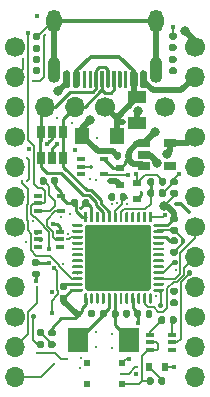
<source format=gbr>
%TF.GenerationSoftware,KiCad,Pcbnew,(5.1.6-0-10_14)*%
%TF.CreationDate,2022-02-25T19:50:12-06:00*%
%TF.ProjectId,Bonsai_C4,426f6e73-6169-45f4-9334-2e6b69636164,rev?*%
%TF.SameCoordinates,Original*%
%TF.FileFunction,Copper,L1,Top*%
%TF.FilePolarity,Positive*%
%FSLAX46Y46*%
G04 Gerber Fmt 4.6, Leading zero omitted, Abs format (unit mm)*
G04 Created by KiCad (PCBNEW (5.1.6-0-10_14)) date 2022-02-25 19:50:12*
%MOMM*%
%LPD*%
G01*
G04 APERTURE LIST*
%TA.AperFunction,ComponentPad*%
%ADD10C,1.700000*%
%TD*%
%TA.AperFunction,ComponentPad*%
%ADD11O,1.700000X1.700000*%
%TD*%
%TA.AperFunction,ComponentPad*%
%ADD12O,1.100000X2.200000*%
%TD*%
%TA.AperFunction,ComponentPad*%
%ADD13O,1.300000X1.900000*%
%TD*%
%TA.AperFunction,ViaPad*%
%ADD14C,0.500000*%
%TD*%
%TA.AperFunction,SMDPad,CuDef*%
%ADD15R,0.550000X0.600000*%
%TD*%
%TA.AperFunction,SMDPad,CuDef*%
%ADD16R,0.650000X1.060000*%
%TD*%
%TA.AperFunction,SMDPad,CuDef*%
%ADD17R,0.700000X0.600000*%
%TD*%
%TA.AperFunction,SMDPad,CuDef*%
%ADD18R,1.300000X1.400000*%
%TD*%
%TA.AperFunction,SMDPad,CuDef*%
%ADD19R,0.650000X0.400000*%
%TD*%
%TA.AperFunction,SMDPad,CuDef*%
%ADD20R,0.660000X0.300000*%
%TD*%
%TA.AperFunction,SMDPad,CuDef*%
%ADD21R,0.600000X0.700000*%
%TD*%
%TA.AperFunction,SMDPad,CuDef*%
%ADD22R,1.060000X0.650000*%
%TD*%
%TA.AperFunction,SMDPad,CuDef*%
%ADD23R,1.778000X2.032000*%
%TD*%
%TA.AperFunction,SMDPad,CuDef*%
%ADD24R,1.500000X1.000000*%
%TD*%
%TA.AperFunction,ViaPad*%
%ADD25C,0.250000*%
%TD*%
%TA.AperFunction,ViaPad*%
%ADD26C,0.800000*%
%TD*%
%TA.AperFunction,ViaPad*%
%ADD27C,0.450000*%
%TD*%
%TA.AperFunction,ViaPad*%
%ADD28C,0.350000*%
%TD*%
%TA.AperFunction,Conductor*%
%ADD29C,0.250000*%
%TD*%
%TA.AperFunction,Conductor*%
%ADD30C,0.127000*%
%TD*%
%TA.AperFunction,Conductor*%
%ADD31C,0.500000*%
%TD*%
%TA.AperFunction,Conductor*%
%ADD32C,0.380000*%
%TD*%
%TA.AperFunction,Conductor*%
%ADD33C,0.190000*%
%TD*%
%TA.AperFunction,Conductor*%
%ADD34C,0.300000*%
%TD*%
%TA.AperFunction,Conductor*%
%ADD35C,0.220000*%
%TD*%
%TA.AperFunction,Conductor*%
%ADD36C,0.450000*%
%TD*%
%TA.AperFunction,Conductor*%
%ADD37C,0.350000*%
%TD*%
G04 APERTURE END LIST*
D10*
%TO.P,J4,1*%
%TO.N,/PD3*%
X100000000Y-100000000D03*
D11*
%TO.P,J4,2*%
%TO.N,/PD2*%
X100000000Y-102540000D03*
%TO.P,J4,3*%
%TO.N,GND*%
X100000000Y-105080000D03*
%TO.P,J4,6*%
%TO.N,/PD0*%
X100000000Y-112700000D03*
%TO.P,J4,5*%
%TO.N,/PD1*%
X100000000Y-110160000D03*
D10*
%TO.P,J4,4*%
%TO.N,GND*%
X100000000Y-107620000D03*
%TO.P,J4,10*%
%TO.N,/B10*%
X100000000Y-122860000D03*
D11*
%TO.P,J4,8*%
%TO.N,/B8*%
X100000000Y-117780000D03*
D10*
%TO.P,J4,7*%
%TO.N,/A4*%
X100000000Y-115240000D03*
D11*
%TO.P,J4,11*%
%TO.N,/A8*%
X100000000Y-125400000D03*
%TO.P,J4,12*%
%TO.N,/B0*%
X100000000Y-127940000D03*
%TO.P,J4,9*%
%TO.N,/A3*%
X100000000Y-120320000D03*
%TD*%
D10*
%TO.P,J5,1*%
%TO.N,+5V*%
X115240000Y-100000000D03*
D11*
%TO.P,J5,2*%
%TO.N,GND*%
X115240000Y-102540000D03*
%TO.P,J5,3*%
%TO.N,/DFU*%
X115240000Y-105080000D03*
%TO.P,J5,6*%
%TO.N,/A6*%
X115240000Y-112700000D03*
%TO.P,J5,5*%
%TO.N,/A7*%
X115240000Y-110160000D03*
D10*
%TO.P,J5,4*%
%TO.N,+3V3*%
X115240000Y-107620000D03*
%TO.P,J5,10*%
%TO.N,/B14*%
X115240000Y-122860000D03*
D11*
%TO.P,J5,8*%
%TO.N,/A1*%
X115240000Y-117780000D03*
D10*
%TO.P,J5,7*%
%TO.N,/A5*%
X115240000Y-115240000D03*
D11*
%TO.P,J5,11*%
%TO.N,/B15*%
X115240000Y-125400000D03*
%TO.P,J5,12*%
%TO.N,/B1*%
X115240000Y-127940000D03*
%TO.P,J5,9*%
%TO.N,/B13*%
X115240000Y-120320000D03*
%TD*%
%TO.P,J1,3*%
%TO.N,/D+*%
X102540000Y-105080000D03*
%TO.P,J1,2*%
%TO.N,/D-*%
X105080000Y-105080000D03*
D10*
%TO.P,J1,1*%
%TO.N,VBUS*%
X107620000Y-105080000D03*
%TD*%
%TO.P,J2,1*%
%TO.N,/A10_5V*%
X112680000Y-105120000D03*
%TD*%
%TO.P,C11,2*%
%TO.N,GND*%
%TA.AperFunction,SMDPad,CuDef*%
G36*
G01*
X102678000Y-111195500D02*
X102678000Y-111540500D01*
G75*
G02*
X102530500Y-111688000I-147500J0D01*
G01*
X102235500Y-111688000D01*
G75*
G02*
X102088000Y-111540500I0J147500D01*
G01*
X102088000Y-111195500D01*
G75*
G02*
X102235500Y-111048000I147500J0D01*
G01*
X102530500Y-111048000D01*
G75*
G02*
X102678000Y-111195500I0J-147500D01*
G01*
G37*
%TD.AperFunction*%
%TO.P,C11,1*%
%TO.N,+3V3*%
%TA.AperFunction,SMDPad,CuDef*%
G36*
G01*
X103648000Y-111195500D02*
X103648000Y-111540500D01*
G75*
G02*
X103500500Y-111688000I-147500J0D01*
G01*
X103205500Y-111688000D01*
G75*
G02*
X103058000Y-111540500I0J147500D01*
G01*
X103058000Y-111195500D01*
G75*
G02*
X103205500Y-111048000I147500J0D01*
G01*
X103500500Y-111048000D01*
G75*
G02*
X103648000Y-111195500I0J-147500D01*
G01*
G37*
%TD.AperFunction*%
%TD*%
D12*
%TO.P,J3,S*%
%TO.N,Net-(FB1-Pad1)*%
X103320000Y-102000000D03*
D13*
X103320000Y-97800000D03*
X111920000Y-97800000D03*
%TO.P,J3,A1*%
%TO.N,GND*%
%TA.AperFunction,SMDPad,CuDef*%
G36*
G01*
X111170000Y-102200000D02*
X111170000Y-103350000D01*
G75*
G02*
X111020000Y-103500000I-150000J0D01*
G01*
X110720000Y-103500000D01*
G75*
G02*
X110570000Y-103350000I0J150000D01*
G01*
X110570000Y-102200000D01*
G75*
G02*
X110720000Y-102050000I150000J0D01*
G01*
X111020000Y-102050000D01*
G75*
G02*
X111170000Y-102200000I0J-150000D01*
G01*
G37*
%TD.AperFunction*%
%TO.P,J3,B8*%
%TO.N,Net-(J3-PadB8)*%
%TA.AperFunction,SMDPad,CuDef*%
G36*
G01*
X109520000Y-102125000D02*
X109520000Y-103425000D01*
G75*
G02*
X109445000Y-103500000I-75000J0D01*
G01*
X109295000Y-103500000D01*
G75*
G02*
X109220000Y-103425000I0J75000D01*
G01*
X109220000Y-102125000D01*
G75*
G02*
X109295000Y-102050000I75000J0D01*
G01*
X109445000Y-102050000D01*
G75*
G02*
X109520000Y-102125000I0J-75000D01*
G01*
G37*
%TD.AperFunction*%
%TO.P,J3,A5*%
%TO.N,Net-(J3-PadA5)*%
%TA.AperFunction,SMDPad,CuDef*%
G36*
G01*
X109020000Y-102125000D02*
X109020000Y-103425000D01*
G75*
G02*
X108945000Y-103500000I-75000J0D01*
G01*
X108795000Y-103500000D01*
G75*
G02*
X108720000Y-103425000I0J75000D01*
G01*
X108720000Y-102125000D01*
G75*
G02*
X108795000Y-102050000I75000J0D01*
G01*
X108945000Y-102050000D01*
G75*
G02*
X109020000Y-102125000I0J-75000D01*
G01*
G37*
%TD.AperFunction*%
%TO.P,J3,B7*%
%TO.N,/D-*%
%TA.AperFunction,SMDPad,CuDef*%
G36*
G01*
X108520000Y-102125000D02*
X108520000Y-103425000D01*
G75*
G02*
X108445000Y-103500000I-75000J0D01*
G01*
X108295000Y-103500000D01*
G75*
G02*
X108220000Y-103425000I0J75000D01*
G01*
X108220000Y-102125000D01*
G75*
G02*
X108295000Y-102050000I75000J0D01*
G01*
X108445000Y-102050000D01*
G75*
G02*
X108520000Y-102125000I0J-75000D01*
G01*
G37*
%TD.AperFunction*%
%TO.P,J3,A6*%
%TO.N,/D+*%
%TA.AperFunction,SMDPad,CuDef*%
G36*
G01*
X108020000Y-102125000D02*
X108020000Y-103425000D01*
G75*
G02*
X107945000Y-103500000I-75000J0D01*
G01*
X107795000Y-103500000D01*
G75*
G02*
X107720000Y-103425000I0J75000D01*
G01*
X107720000Y-102125000D01*
G75*
G02*
X107795000Y-102050000I75000J0D01*
G01*
X107945000Y-102050000D01*
G75*
G02*
X108020000Y-102125000I0J-75000D01*
G01*
G37*
%TD.AperFunction*%
%TO.P,J3,B5*%
%TO.N,Net-(J3-PadB5)*%
%TA.AperFunction,SMDPad,CuDef*%
G36*
G01*
X106020000Y-102125000D02*
X106020000Y-103425000D01*
G75*
G02*
X105945000Y-103500000I-75000J0D01*
G01*
X105795000Y-103500000D01*
G75*
G02*
X105720000Y-103425000I0J75000D01*
G01*
X105720000Y-102125000D01*
G75*
G02*
X105795000Y-102050000I75000J0D01*
G01*
X105945000Y-102050000D01*
G75*
G02*
X106020000Y-102125000I0J-75000D01*
G01*
G37*
%TD.AperFunction*%
%TO.P,J3,A8*%
%TO.N,Net-(J3-PadA8)*%
%TA.AperFunction,SMDPad,CuDef*%
G36*
G01*
X106520000Y-102125000D02*
X106520000Y-103425000D01*
G75*
G02*
X106445000Y-103500000I-75000J0D01*
G01*
X106295000Y-103500000D01*
G75*
G02*
X106220000Y-103425000I0J75000D01*
G01*
X106220000Y-102125000D01*
G75*
G02*
X106295000Y-102050000I75000J0D01*
G01*
X106445000Y-102050000D01*
G75*
G02*
X106520000Y-102125000I0J-75000D01*
G01*
G37*
%TD.AperFunction*%
%TO.P,J3,B6*%
%TO.N,/D+*%
%TA.AperFunction,SMDPad,CuDef*%
G36*
G01*
X107020000Y-102125000D02*
X107020000Y-103425000D01*
G75*
G02*
X106945000Y-103500000I-75000J0D01*
G01*
X106795000Y-103500000D01*
G75*
G02*
X106720000Y-103425000I0J75000D01*
G01*
X106720000Y-102125000D01*
G75*
G02*
X106795000Y-102050000I75000J0D01*
G01*
X106945000Y-102050000D01*
G75*
G02*
X107020000Y-102125000I0J-75000D01*
G01*
G37*
%TD.AperFunction*%
%TO.P,J3,A7*%
%TO.N,/D-*%
%TA.AperFunction,SMDPad,CuDef*%
G36*
G01*
X107520000Y-102125000D02*
X107520000Y-103425000D01*
G75*
G02*
X107445000Y-103500000I-75000J0D01*
G01*
X107295000Y-103500000D01*
G75*
G02*
X107220000Y-103425000I0J75000D01*
G01*
X107220000Y-102125000D01*
G75*
G02*
X107295000Y-102050000I75000J0D01*
G01*
X107445000Y-102050000D01*
G75*
G02*
X107520000Y-102125000I0J-75000D01*
G01*
G37*
%TD.AperFunction*%
D12*
%TO.P,J3,S*%
%TO.N,Net-(FB1-Pad1)*%
X111920000Y-102000000D03*
%TO.P,J3,A4*%
%TO.N,VBUS*%
%TA.AperFunction,SMDPad,CuDef*%
G36*
G01*
X110370000Y-102200000D02*
X110370000Y-103350000D01*
G75*
G02*
X110220000Y-103500000I-150000J0D01*
G01*
X109920000Y-103500000D01*
G75*
G02*
X109770000Y-103350000I0J150000D01*
G01*
X109770000Y-102200000D01*
G75*
G02*
X109920000Y-102050000I150000J0D01*
G01*
X110220000Y-102050000D01*
G75*
G02*
X110370000Y-102200000I0J-150000D01*
G01*
G37*
%TD.AperFunction*%
%TO.P,J3,B1*%
%TO.N,GND*%
%TA.AperFunction,SMDPad,CuDef*%
G36*
G01*
X104670000Y-102200000D02*
X104670000Y-103350000D01*
G75*
G02*
X104520000Y-103500000I-150000J0D01*
G01*
X104220000Y-103500000D01*
G75*
G02*
X104070000Y-103350000I0J150000D01*
G01*
X104070000Y-102200000D01*
G75*
G02*
X104220000Y-102050000I150000J0D01*
G01*
X104520000Y-102050000D01*
G75*
G02*
X104670000Y-102200000I0J-150000D01*
G01*
G37*
%TD.AperFunction*%
%TO.P,J3,B4*%
%TO.N,VBUS*%
%TA.AperFunction,SMDPad,CuDef*%
G36*
G01*
X105470000Y-102200000D02*
X105470000Y-103350000D01*
G75*
G02*
X105320000Y-103500000I-150000J0D01*
G01*
X105020000Y-103500000D01*
G75*
G02*
X104870000Y-103350000I0J150000D01*
G01*
X104870000Y-102200000D01*
G75*
G02*
X105020000Y-102050000I150000J0D01*
G01*
X105320000Y-102050000D01*
G75*
G02*
X105470000Y-102200000I0J-150000D01*
G01*
G37*
%TD.AperFunction*%
%TD*%
%TO.P,U3,49*%
%TO.N,GND*%
%TA.AperFunction,SMDPad,CuDef*%
G36*
G01*
X111272000Y-120690000D02*
X106172000Y-120690000D01*
G75*
G02*
X105922000Y-120440000I0J250000D01*
G01*
X105922000Y-115340000D01*
G75*
G02*
X106172000Y-115090000I250000J0D01*
G01*
X111272000Y-115090000D01*
G75*
G02*
X111522000Y-115340000I0J-250000D01*
G01*
X111522000Y-120440000D01*
G75*
G02*
X111272000Y-120690000I-250000J0D01*
G01*
G37*
%TD.AperFunction*%
D14*
%TD*%
%TO.N,GND*%
%TO.C,U3*%
X106172000Y-120440000D03*
%TO.N,GND*%
%TO.C,U3*%
X106172000Y-117890000D03*
X106172000Y-115340000D03*
X107447000Y-119165000D03*
X107447000Y-116615000D03*
X108722000Y-120440000D03*
X108722000Y-117890000D03*
X108722000Y-115340000D03*
X109997000Y-119165000D03*
X109997000Y-116615000D03*
X111272000Y-120440000D03*
X111272000Y-117890000D03*
X111272000Y-115340000D03*
%TD*%
%TO.P,U3,1*%
%TO.N,+3V3*%
%TA.AperFunction,SMDPad,CuDef*%
G36*
G01*
X106034500Y-121765000D02*
X105909500Y-121765000D01*
G75*
G02*
X105847000Y-121702500I0J62500D01*
G01*
X105847000Y-120952500D01*
G75*
G02*
X105909500Y-120890000I62500J0D01*
G01*
X106034500Y-120890000D01*
G75*
G02*
X106097000Y-120952500I0J-62500D01*
G01*
X106097000Y-121702500D01*
G75*
G02*
X106034500Y-121765000I-62500J0D01*
G01*
G37*
%TD.AperFunction*%
%TO.P,U3,2*%
%TO.N,/C13*%
%TA.AperFunction,SMDPad,CuDef*%
G36*
G01*
X106534500Y-121765000D02*
X106409500Y-121765000D01*
G75*
G02*
X106347000Y-121702500I0J62500D01*
G01*
X106347000Y-120952500D01*
G75*
G02*
X106409500Y-120890000I62500J0D01*
G01*
X106534500Y-120890000D01*
G75*
G02*
X106597000Y-120952500I0J-62500D01*
G01*
X106597000Y-121702500D01*
G75*
G02*
X106534500Y-121765000I-62500J0D01*
G01*
G37*
%TD.AperFunction*%
%TO.P,U3,3*%
%TO.N,/C14*%
%TA.AperFunction,SMDPad,CuDef*%
G36*
G01*
X107034500Y-121765000D02*
X106909500Y-121765000D01*
G75*
G02*
X106847000Y-121702500I0J62500D01*
G01*
X106847000Y-120952500D01*
G75*
G02*
X106909500Y-120890000I62500J0D01*
G01*
X107034500Y-120890000D01*
G75*
G02*
X107097000Y-120952500I0J-62500D01*
G01*
X107097000Y-121702500D01*
G75*
G02*
X107034500Y-121765000I-62500J0D01*
G01*
G37*
%TD.AperFunction*%
%TO.P,U3,4*%
%TO.N,/C15*%
%TA.AperFunction,SMDPad,CuDef*%
G36*
G01*
X107534500Y-121765000D02*
X107409500Y-121765000D01*
G75*
G02*
X107347000Y-121702500I0J62500D01*
G01*
X107347000Y-120952500D01*
G75*
G02*
X107409500Y-120890000I62500J0D01*
G01*
X107534500Y-120890000D01*
G75*
G02*
X107597000Y-120952500I0J-62500D01*
G01*
X107597000Y-121702500D01*
G75*
G02*
X107534500Y-121765000I-62500J0D01*
G01*
G37*
%TD.AperFunction*%
%TO.P,U3,5*%
%TO.N,/F0*%
%TA.AperFunction,SMDPad,CuDef*%
G36*
G01*
X108034500Y-121765000D02*
X107909500Y-121765000D01*
G75*
G02*
X107847000Y-121702500I0J62500D01*
G01*
X107847000Y-120952500D01*
G75*
G02*
X107909500Y-120890000I62500J0D01*
G01*
X108034500Y-120890000D01*
G75*
G02*
X108097000Y-120952500I0J-62500D01*
G01*
X108097000Y-121702500D01*
G75*
G02*
X108034500Y-121765000I-62500J0D01*
G01*
G37*
%TD.AperFunction*%
%TO.P,U3,6*%
%TO.N,/F1*%
%TA.AperFunction,SMDPad,CuDef*%
G36*
G01*
X108534500Y-121765000D02*
X108409500Y-121765000D01*
G75*
G02*
X108347000Y-121702500I0J62500D01*
G01*
X108347000Y-120952500D01*
G75*
G02*
X108409500Y-120890000I62500J0D01*
G01*
X108534500Y-120890000D01*
G75*
G02*
X108597000Y-120952500I0J-62500D01*
G01*
X108597000Y-121702500D01*
G75*
G02*
X108534500Y-121765000I-62500J0D01*
G01*
G37*
%TD.AperFunction*%
%TO.P,U3,7*%
%TO.N,/NRST*%
%TA.AperFunction,SMDPad,CuDef*%
G36*
G01*
X109034500Y-121765000D02*
X108909500Y-121765000D01*
G75*
G02*
X108847000Y-121702500I0J62500D01*
G01*
X108847000Y-120952500D01*
G75*
G02*
X108909500Y-120890000I62500J0D01*
G01*
X109034500Y-120890000D01*
G75*
G02*
X109097000Y-120952500I0J-62500D01*
G01*
X109097000Y-121702500D01*
G75*
G02*
X109034500Y-121765000I-62500J0D01*
G01*
G37*
%TD.AperFunction*%
%TO.P,U3,8*%
%TO.N,GND*%
%TA.AperFunction,SMDPad,CuDef*%
G36*
G01*
X109534500Y-121765000D02*
X109409500Y-121765000D01*
G75*
G02*
X109347000Y-121702500I0J62500D01*
G01*
X109347000Y-120952500D01*
G75*
G02*
X109409500Y-120890000I62500J0D01*
G01*
X109534500Y-120890000D01*
G75*
G02*
X109597000Y-120952500I0J-62500D01*
G01*
X109597000Y-121702500D01*
G75*
G02*
X109534500Y-121765000I-62500J0D01*
G01*
G37*
%TD.AperFunction*%
%TO.P,U3,9*%
%TO.N,+3V3*%
%TA.AperFunction,SMDPad,CuDef*%
G36*
G01*
X110034500Y-121765000D02*
X109909500Y-121765000D01*
G75*
G02*
X109847000Y-121702500I0J62500D01*
G01*
X109847000Y-120952500D01*
G75*
G02*
X109909500Y-120890000I62500J0D01*
G01*
X110034500Y-120890000D01*
G75*
G02*
X110097000Y-120952500I0J-62500D01*
G01*
X110097000Y-121702500D01*
G75*
G02*
X110034500Y-121765000I-62500J0D01*
G01*
G37*
%TD.AperFunction*%
%TO.P,U3,10*%
%TO.N,/A0_FRAM_CS*%
%TA.AperFunction,SMDPad,CuDef*%
G36*
G01*
X110534500Y-121765000D02*
X110409500Y-121765000D01*
G75*
G02*
X110347000Y-121702500I0J62500D01*
G01*
X110347000Y-120952500D01*
G75*
G02*
X110409500Y-120890000I62500J0D01*
G01*
X110534500Y-120890000D01*
G75*
G02*
X110597000Y-120952500I0J-62500D01*
G01*
X110597000Y-121702500D01*
G75*
G02*
X110534500Y-121765000I-62500J0D01*
G01*
G37*
%TD.AperFunction*%
%TO.P,U3,11*%
%TO.N,/A1*%
%TA.AperFunction,SMDPad,CuDef*%
G36*
G01*
X111034500Y-121765000D02*
X110909500Y-121765000D01*
G75*
G02*
X110847000Y-121702500I0J62500D01*
G01*
X110847000Y-120952500D01*
G75*
G02*
X110909500Y-120890000I62500J0D01*
G01*
X111034500Y-120890000D01*
G75*
G02*
X111097000Y-120952500I0J-62500D01*
G01*
X111097000Y-121702500D01*
G75*
G02*
X111034500Y-121765000I-62500J0D01*
G01*
G37*
%TD.AperFunction*%
%TO.P,U3,12*%
%TO.N,/A2*%
%TA.AperFunction,SMDPad,CuDef*%
G36*
G01*
X111534500Y-121765000D02*
X111409500Y-121765000D01*
G75*
G02*
X111347000Y-121702500I0J62500D01*
G01*
X111347000Y-120952500D01*
G75*
G02*
X111409500Y-120890000I62500J0D01*
G01*
X111534500Y-120890000D01*
G75*
G02*
X111597000Y-120952500I0J-62500D01*
G01*
X111597000Y-121702500D01*
G75*
G02*
X111534500Y-121765000I-62500J0D01*
G01*
G37*
%TD.AperFunction*%
%TO.P,U3,13*%
%TO.N,/A3*%
%TA.AperFunction,SMDPad,CuDef*%
G36*
G01*
X112534500Y-120765000D02*
X111784500Y-120765000D01*
G75*
G02*
X111722000Y-120702500I0J62500D01*
G01*
X111722000Y-120577500D01*
G75*
G02*
X111784500Y-120515000I62500J0D01*
G01*
X112534500Y-120515000D01*
G75*
G02*
X112597000Y-120577500I0J-62500D01*
G01*
X112597000Y-120702500D01*
G75*
G02*
X112534500Y-120765000I-62500J0D01*
G01*
G37*
%TD.AperFunction*%
%TO.P,U3,14*%
%TO.N,/A4*%
%TA.AperFunction,SMDPad,CuDef*%
G36*
G01*
X112534500Y-120265000D02*
X111784500Y-120265000D01*
G75*
G02*
X111722000Y-120202500I0J62500D01*
G01*
X111722000Y-120077500D01*
G75*
G02*
X111784500Y-120015000I62500J0D01*
G01*
X112534500Y-120015000D01*
G75*
G02*
X112597000Y-120077500I0J-62500D01*
G01*
X112597000Y-120202500D01*
G75*
G02*
X112534500Y-120265000I-62500J0D01*
G01*
G37*
%TD.AperFunction*%
%TO.P,U3,15*%
%TO.N,/A5*%
%TA.AperFunction,SMDPad,CuDef*%
G36*
G01*
X112534500Y-119765000D02*
X111784500Y-119765000D01*
G75*
G02*
X111722000Y-119702500I0J62500D01*
G01*
X111722000Y-119577500D01*
G75*
G02*
X111784500Y-119515000I62500J0D01*
G01*
X112534500Y-119515000D01*
G75*
G02*
X112597000Y-119577500I0J-62500D01*
G01*
X112597000Y-119702500D01*
G75*
G02*
X112534500Y-119765000I-62500J0D01*
G01*
G37*
%TD.AperFunction*%
%TO.P,U3,16*%
%TO.N,/A6*%
%TA.AperFunction,SMDPad,CuDef*%
G36*
G01*
X112534500Y-119265000D02*
X111784500Y-119265000D01*
G75*
G02*
X111722000Y-119202500I0J62500D01*
G01*
X111722000Y-119077500D01*
G75*
G02*
X111784500Y-119015000I62500J0D01*
G01*
X112534500Y-119015000D01*
G75*
G02*
X112597000Y-119077500I0J-62500D01*
G01*
X112597000Y-119202500D01*
G75*
G02*
X112534500Y-119265000I-62500J0D01*
G01*
G37*
%TD.AperFunction*%
%TO.P,U3,17*%
%TO.N,/A7*%
%TA.AperFunction,SMDPad,CuDef*%
G36*
G01*
X112534500Y-118765000D02*
X111784500Y-118765000D01*
G75*
G02*
X111722000Y-118702500I0J62500D01*
G01*
X111722000Y-118577500D01*
G75*
G02*
X111784500Y-118515000I62500J0D01*
G01*
X112534500Y-118515000D01*
G75*
G02*
X112597000Y-118577500I0J-62500D01*
G01*
X112597000Y-118702500D01*
G75*
G02*
X112534500Y-118765000I-62500J0D01*
G01*
G37*
%TD.AperFunction*%
%TO.P,U3,18*%
%TO.N,/B0*%
%TA.AperFunction,SMDPad,CuDef*%
G36*
G01*
X112534500Y-118265000D02*
X111784500Y-118265000D01*
G75*
G02*
X111722000Y-118202500I0J62500D01*
G01*
X111722000Y-118077500D01*
G75*
G02*
X111784500Y-118015000I62500J0D01*
G01*
X112534500Y-118015000D01*
G75*
G02*
X112597000Y-118077500I0J-62500D01*
G01*
X112597000Y-118202500D01*
G75*
G02*
X112534500Y-118265000I-62500J0D01*
G01*
G37*
%TD.AperFunction*%
%TO.P,U3,19*%
%TO.N,/B1*%
%TA.AperFunction,SMDPad,CuDef*%
G36*
G01*
X112534500Y-117765000D02*
X111784500Y-117765000D01*
G75*
G02*
X111722000Y-117702500I0J62500D01*
G01*
X111722000Y-117577500D01*
G75*
G02*
X111784500Y-117515000I62500J0D01*
G01*
X112534500Y-117515000D01*
G75*
G02*
X112597000Y-117577500I0J-62500D01*
G01*
X112597000Y-117702500D01*
G75*
G02*
X112534500Y-117765000I-62500J0D01*
G01*
G37*
%TD.AperFunction*%
%TO.P,U3,20*%
%TO.N,/B2*%
%TA.AperFunction,SMDPad,CuDef*%
G36*
G01*
X112534500Y-117265000D02*
X111784500Y-117265000D01*
G75*
G02*
X111722000Y-117202500I0J62500D01*
G01*
X111722000Y-117077500D01*
G75*
G02*
X111784500Y-117015000I62500J0D01*
G01*
X112534500Y-117015000D01*
G75*
G02*
X112597000Y-117077500I0J-62500D01*
G01*
X112597000Y-117202500D01*
G75*
G02*
X112534500Y-117265000I-62500J0D01*
G01*
G37*
%TD.AperFunction*%
%TO.P,U3,21*%
%TO.N,/B10*%
%TA.AperFunction,SMDPad,CuDef*%
G36*
G01*
X112534500Y-116765000D02*
X111784500Y-116765000D01*
G75*
G02*
X111722000Y-116702500I0J62500D01*
G01*
X111722000Y-116577500D01*
G75*
G02*
X111784500Y-116515000I62500J0D01*
G01*
X112534500Y-116515000D01*
G75*
G02*
X112597000Y-116577500I0J-62500D01*
G01*
X112597000Y-116702500D01*
G75*
G02*
X112534500Y-116765000I-62500J0D01*
G01*
G37*
%TD.AperFunction*%
%TO.P,U3,22*%
%TO.N,/VCAP_1*%
%TA.AperFunction,SMDPad,CuDef*%
G36*
G01*
X112534500Y-116265000D02*
X111784500Y-116265000D01*
G75*
G02*
X111722000Y-116202500I0J62500D01*
G01*
X111722000Y-116077500D01*
G75*
G02*
X111784500Y-116015000I62500J0D01*
G01*
X112534500Y-116015000D01*
G75*
G02*
X112597000Y-116077500I0J-62500D01*
G01*
X112597000Y-116202500D01*
G75*
G02*
X112534500Y-116265000I-62500J0D01*
G01*
G37*
%TD.AperFunction*%
%TO.P,U3,23*%
%TO.N,GND*%
%TA.AperFunction,SMDPad,CuDef*%
G36*
G01*
X112534500Y-115765000D02*
X111784500Y-115765000D01*
G75*
G02*
X111722000Y-115702500I0J62500D01*
G01*
X111722000Y-115577500D01*
G75*
G02*
X111784500Y-115515000I62500J0D01*
G01*
X112534500Y-115515000D01*
G75*
G02*
X112597000Y-115577500I0J-62500D01*
G01*
X112597000Y-115702500D01*
G75*
G02*
X112534500Y-115765000I-62500J0D01*
G01*
G37*
%TD.AperFunction*%
%TO.P,U3,24*%
%TO.N,+3V3*%
%TA.AperFunction,SMDPad,CuDef*%
G36*
G01*
X112534500Y-115265000D02*
X111784500Y-115265000D01*
G75*
G02*
X111722000Y-115202500I0J62500D01*
G01*
X111722000Y-115077500D01*
G75*
G02*
X111784500Y-115015000I62500J0D01*
G01*
X112534500Y-115015000D01*
G75*
G02*
X112597000Y-115077500I0J-62500D01*
G01*
X112597000Y-115202500D01*
G75*
G02*
X112534500Y-115265000I-62500J0D01*
G01*
G37*
%TD.AperFunction*%
%TO.P,U3,25*%
%TO.N,/B12_FLASH_CS*%
%TA.AperFunction,SMDPad,CuDef*%
G36*
G01*
X111534500Y-114890000D02*
X111409500Y-114890000D01*
G75*
G02*
X111347000Y-114827500I0J62500D01*
G01*
X111347000Y-114077500D01*
G75*
G02*
X111409500Y-114015000I62500J0D01*
G01*
X111534500Y-114015000D01*
G75*
G02*
X111597000Y-114077500I0J-62500D01*
G01*
X111597000Y-114827500D01*
G75*
G02*
X111534500Y-114890000I-62500J0D01*
G01*
G37*
%TD.AperFunction*%
%TO.P,U3,26*%
%TO.N,/B13*%
%TA.AperFunction,SMDPad,CuDef*%
G36*
G01*
X111034500Y-114890000D02*
X110909500Y-114890000D01*
G75*
G02*
X110847000Y-114827500I0J62500D01*
G01*
X110847000Y-114077500D01*
G75*
G02*
X110909500Y-114015000I62500J0D01*
G01*
X111034500Y-114015000D01*
G75*
G02*
X111097000Y-114077500I0J-62500D01*
G01*
X111097000Y-114827500D01*
G75*
G02*
X111034500Y-114890000I-62500J0D01*
G01*
G37*
%TD.AperFunction*%
%TO.P,U3,27*%
%TO.N,/B14*%
%TA.AperFunction,SMDPad,CuDef*%
G36*
G01*
X110534500Y-114890000D02*
X110409500Y-114890000D01*
G75*
G02*
X110347000Y-114827500I0J62500D01*
G01*
X110347000Y-114077500D01*
G75*
G02*
X110409500Y-114015000I62500J0D01*
G01*
X110534500Y-114015000D01*
G75*
G02*
X110597000Y-114077500I0J-62500D01*
G01*
X110597000Y-114827500D01*
G75*
G02*
X110534500Y-114890000I-62500J0D01*
G01*
G37*
%TD.AperFunction*%
%TO.P,U3,28*%
%TO.N,/B15*%
%TA.AperFunction,SMDPad,CuDef*%
G36*
G01*
X110034500Y-114890000D02*
X109909500Y-114890000D01*
G75*
G02*
X109847000Y-114827500I0J62500D01*
G01*
X109847000Y-114077500D01*
G75*
G02*
X109909500Y-114015000I62500J0D01*
G01*
X110034500Y-114015000D01*
G75*
G02*
X110097000Y-114077500I0J-62500D01*
G01*
X110097000Y-114827500D01*
G75*
G02*
X110034500Y-114890000I-62500J0D01*
G01*
G37*
%TD.AperFunction*%
%TO.P,U3,29*%
%TO.N,/A8*%
%TA.AperFunction,SMDPad,CuDef*%
G36*
G01*
X109534500Y-114890000D02*
X109409500Y-114890000D01*
G75*
G02*
X109347000Y-114827500I0J62500D01*
G01*
X109347000Y-114077500D01*
G75*
G02*
X109409500Y-114015000I62500J0D01*
G01*
X109534500Y-114015000D01*
G75*
G02*
X109597000Y-114077500I0J-62500D01*
G01*
X109597000Y-114827500D01*
G75*
G02*
X109534500Y-114890000I-62500J0D01*
G01*
G37*
%TD.AperFunction*%
%TO.P,U3,30*%
%TO.N,/VBUS_DET*%
%TA.AperFunction,SMDPad,CuDef*%
G36*
G01*
X109034500Y-114890000D02*
X108909500Y-114890000D01*
G75*
G02*
X108847000Y-114827500I0J62500D01*
G01*
X108847000Y-114077500D01*
G75*
G02*
X108909500Y-114015000I62500J0D01*
G01*
X109034500Y-114015000D01*
G75*
G02*
X109097000Y-114077500I0J-62500D01*
G01*
X109097000Y-114827500D01*
G75*
G02*
X109034500Y-114890000I-62500J0D01*
G01*
G37*
%TD.AperFunction*%
%TO.P,U3,31*%
%TO.N,/A10*%
%TA.AperFunction,SMDPad,CuDef*%
G36*
G01*
X108534500Y-114890000D02*
X108409500Y-114890000D01*
G75*
G02*
X108347000Y-114827500I0J62500D01*
G01*
X108347000Y-114077500D01*
G75*
G02*
X108409500Y-114015000I62500J0D01*
G01*
X108534500Y-114015000D01*
G75*
G02*
X108597000Y-114077500I0J-62500D01*
G01*
X108597000Y-114827500D01*
G75*
G02*
X108534500Y-114890000I-62500J0D01*
G01*
G37*
%TD.AperFunction*%
%TO.P,U3,32*%
%TO.N,/D-*%
%TA.AperFunction,SMDPad,CuDef*%
G36*
G01*
X108034500Y-114890000D02*
X107909500Y-114890000D01*
G75*
G02*
X107847000Y-114827500I0J62500D01*
G01*
X107847000Y-114077500D01*
G75*
G02*
X107909500Y-114015000I62500J0D01*
G01*
X108034500Y-114015000D01*
G75*
G02*
X108097000Y-114077500I0J-62500D01*
G01*
X108097000Y-114827500D01*
G75*
G02*
X108034500Y-114890000I-62500J0D01*
G01*
G37*
%TD.AperFunction*%
%TO.P,U3,33*%
%TO.N,/D+*%
%TA.AperFunction,SMDPad,CuDef*%
G36*
G01*
X107534500Y-114890000D02*
X107409500Y-114890000D01*
G75*
G02*
X107347000Y-114827500I0J62500D01*
G01*
X107347000Y-114077500D01*
G75*
G02*
X107409500Y-114015000I62500J0D01*
G01*
X107534500Y-114015000D01*
G75*
G02*
X107597000Y-114077500I0J-62500D01*
G01*
X107597000Y-114827500D01*
G75*
G02*
X107534500Y-114890000I-62500J0D01*
G01*
G37*
%TD.AperFunction*%
%TO.P,U3,34*%
%TO.N,/A13*%
%TA.AperFunction,SMDPad,CuDef*%
G36*
G01*
X107034500Y-114890000D02*
X106909500Y-114890000D01*
G75*
G02*
X106847000Y-114827500I0J62500D01*
G01*
X106847000Y-114077500D01*
G75*
G02*
X106909500Y-114015000I62500J0D01*
G01*
X107034500Y-114015000D01*
G75*
G02*
X107097000Y-114077500I0J-62500D01*
G01*
X107097000Y-114827500D01*
G75*
G02*
X107034500Y-114890000I-62500J0D01*
G01*
G37*
%TD.AperFunction*%
%TO.P,U3,35*%
%TO.N,GND*%
%TA.AperFunction,SMDPad,CuDef*%
G36*
G01*
X106534500Y-114890000D02*
X106409500Y-114890000D01*
G75*
G02*
X106347000Y-114827500I0J62500D01*
G01*
X106347000Y-114077500D01*
G75*
G02*
X106409500Y-114015000I62500J0D01*
G01*
X106534500Y-114015000D01*
G75*
G02*
X106597000Y-114077500I0J-62500D01*
G01*
X106597000Y-114827500D01*
G75*
G02*
X106534500Y-114890000I-62500J0D01*
G01*
G37*
%TD.AperFunction*%
%TO.P,U3,36*%
%TO.N,+3V3*%
%TA.AperFunction,SMDPad,CuDef*%
G36*
G01*
X106034500Y-114890000D02*
X105909500Y-114890000D01*
G75*
G02*
X105847000Y-114827500I0J62500D01*
G01*
X105847000Y-114077500D01*
G75*
G02*
X105909500Y-114015000I62500J0D01*
G01*
X106034500Y-114015000D01*
G75*
G02*
X106097000Y-114077500I0J-62500D01*
G01*
X106097000Y-114827500D01*
G75*
G02*
X106034500Y-114890000I-62500J0D01*
G01*
G37*
%TD.AperFunction*%
%TO.P,U3,37*%
%TO.N,/A14*%
%TA.AperFunction,SMDPad,CuDef*%
G36*
G01*
X105659500Y-115265000D02*
X104909500Y-115265000D01*
G75*
G02*
X104847000Y-115202500I0J62500D01*
G01*
X104847000Y-115077500D01*
G75*
G02*
X104909500Y-115015000I62500J0D01*
G01*
X105659500Y-115015000D01*
G75*
G02*
X105722000Y-115077500I0J-62500D01*
G01*
X105722000Y-115202500D01*
G75*
G02*
X105659500Y-115265000I-62500J0D01*
G01*
G37*
%TD.AperFunction*%
%TO.P,U3,38*%
%TO.N,/A15*%
%TA.AperFunction,SMDPad,CuDef*%
G36*
G01*
X105659500Y-115765000D02*
X104909500Y-115765000D01*
G75*
G02*
X104847000Y-115702500I0J62500D01*
G01*
X104847000Y-115577500D01*
G75*
G02*
X104909500Y-115515000I62500J0D01*
G01*
X105659500Y-115515000D01*
G75*
G02*
X105722000Y-115577500I0J-62500D01*
G01*
X105722000Y-115702500D01*
G75*
G02*
X105659500Y-115765000I-62500J0D01*
G01*
G37*
%TD.AperFunction*%
%TO.P,U3,39*%
%TO.N,/B3_SCK*%
%TA.AperFunction,SMDPad,CuDef*%
G36*
G01*
X105659500Y-116265000D02*
X104909500Y-116265000D01*
G75*
G02*
X104847000Y-116202500I0J62500D01*
G01*
X104847000Y-116077500D01*
G75*
G02*
X104909500Y-116015000I62500J0D01*
G01*
X105659500Y-116015000D01*
G75*
G02*
X105722000Y-116077500I0J-62500D01*
G01*
X105722000Y-116202500D01*
G75*
G02*
X105659500Y-116265000I-62500J0D01*
G01*
G37*
%TD.AperFunction*%
%TO.P,U3,40*%
%TO.N,/B4_MISO*%
%TA.AperFunction,SMDPad,CuDef*%
G36*
G01*
X105659500Y-116765000D02*
X104909500Y-116765000D01*
G75*
G02*
X104847000Y-116702500I0J62500D01*
G01*
X104847000Y-116577500D01*
G75*
G02*
X104909500Y-116515000I62500J0D01*
G01*
X105659500Y-116515000D01*
G75*
G02*
X105722000Y-116577500I0J-62500D01*
G01*
X105722000Y-116702500D01*
G75*
G02*
X105659500Y-116765000I-62500J0D01*
G01*
G37*
%TD.AperFunction*%
%TO.P,U3,41*%
%TO.N,/B5_MOSI*%
%TA.AperFunction,SMDPad,CuDef*%
G36*
G01*
X105659500Y-117265000D02*
X104909500Y-117265000D01*
G75*
G02*
X104847000Y-117202500I0J62500D01*
G01*
X104847000Y-117077500D01*
G75*
G02*
X104909500Y-117015000I62500J0D01*
G01*
X105659500Y-117015000D01*
G75*
G02*
X105722000Y-117077500I0J-62500D01*
G01*
X105722000Y-117202500D01*
G75*
G02*
X105659500Y-117265000I-62500J0D01*
G01*
G37*
%TD.AperFunction*%
%TO.P,U3,42*%
%TO.N,/B6*%
%TA.AperFunction,SMDPad,CuDef*%
G36*
G01*
X105659500Y-117765000D02*
X104909500Y-117765000D01*
G75*
G02*
X104847000Y-117702500I0J62500D01*
G01*
X104847000Y-117577500D01*
G75*
G02*
X104909500Y-117515000I62500J0D01*
G01*
X105659500Y-117515000D01*
G75*
G02*
X105722000Y-117577500I0J-62500D01*
G01*
X105722000Y-117702500D01*
G75*
G02*
X105659500Y-117765000I-62500J0D01*
G01*
G37*
%TD.AperFunction*%
%TO.P,U3,43*%
%TO.N,/B7*%
%TA.AperFunction,SMDPad,CuDef*%
G36*
G01*
X105659500Y-118265000D02*
X104909500Y-118265000D01*
G75*
G02*
X104847000Y-118202500I0J62500D01*
G01*
X104847000Y-118077500D01*
G75*
G02*
X104909500Y-118015000I62500J0D01*
G01*
X105659500Y-118015000D01*
G75*
G02*
X105722000Y-118077500I0J-62500D01*
G01*
X105722000Y-118202500D01*
G75*
G02*
X105659500Y-118265000I-62500J0D01*
G01*
G37*
%TD.AperFunction*%
%TO.P,U3,44*%
%TO.N,/BOOT0*%
%TA.AperFunction,SMDPad,CuDef*%
G36*
G01*
X105659500Y-118765000D02*
X104909500Y-118765000D01*
G75*
G02*
X104847000Y-118702500I0J62500D01*
G01*
X104847000Y-118577500D01*
G75*
G02*
X104909500Y-118515000I62500J0D01*
G01*
X105659500Y-118515000D01*
G75*
G02*
X105722000Y-118577500I0J-62500D01*
G01*
X105722000Y-118702500D01*
G75*
G02*
X105659500Y-118765000I-62500J0D01*
G01*
G37*
%TD.AperFunction*%
%TO.P,U3,45*%
%TO.N,/B8*%
%TA.AperFunction,SMDPad,CuDef*%
G36*
G01*
X105659500Y-119265000D02*
X104909500Y-119265000D01*
G75*
G02*
X104847000Y-119202500I0J62500D01*
G01*
X104847000Y-119077500D01*
G75*
G02*
X104909500Y-119015000I62500J0D01*
G01*
X105659500Y-119015000D01*
G75*
G02*
X105722000Y-119077500I0J-62500D01*
G01*
X105722000Y-119202500D01*
G75*
G02*
X105659500Y-119265000I-62500J0D01*
G01*
G37*
%TD.AperFunction*%
%TO.P,U3,46*%
%TO.N,/B9*%
%TA.AperFunction,SMDPad,CuDef*%
G36*
G01*
X105659500Y-119765000D02*
X104909500Y-119765000D01*
G75*
G02*
X104847000Y-119702500I0J62500D01*
G01*
X104847000Y-119577500D01*
G75*
G02*
X104909500Y-119515000I62500J0D01*
G01*
X105659500Y-119515000D01*
G75*
G02*
X105722000Y-119577500I0J-62500D01*
G01*
X105722000Y-119702500D01*
G75*
G02*
X105659500Y-119765000I-62500J0D01*
G01*
G37*
%TD.AperFunction*%
%TO.P,U3,47*%
%TO.N,GND*%
%TA.AperFunction,SMDPad,CuDef*%
G36*
G01*
X105659500Y-120265000D02*
X104909500Y-120265000D01*
G75*
G02*
X104847000Y-120202500I0J62500D01*
G01*
X104847000Y-120077500D01*
G75*
G02*
X104909500Y-120015000I62500J0D01*
G01*
X105659500Y-120015000D01*
G75*
G02*
X105722000Y-120077500I0J-62500D01*
G01*
X105722000Y-120202500D01*
G75*
G02*
X105659500Y-120265000I-62500J0D01*
G01*
G37*
%TD.AperFunction*%
%TO.P,U3,48*%
%TO.N,+3V3*%
%TA.AperFunction,SMDPad,CuDef*%
G36*
G01*
X105659500Y-120765000D02*
X104909500Y-120765000D01*
G75*
G02*
X104847000Y-120702500I0J62500D01*
G01*
X104847000Y-120577500D01*
G75*
G02*
X104909500Y-120515000I62500J0D01*
G01*
X105659500Y-120515000D01*
G75*
G02*
X105722000Y-120577500I0J-62500D01*
G01*
X105722000Y-120702500D01*
G75*
G02*
X105659500Y-120765000I-62500J0D01*
G01*
G37*
%TD.AperFunction*%
%TD*%
D15*
%TO.P,K1,2*%
%TO.N,+3V3*%
X109055000Y-126770000D03*
%TO.P,K1,4*%
%TO.N,/SwitchPin*%
X109055000Y-128570000D03*
%TO.P,K1,3*%
%TO.N,Net-(K1-Pad3)*%
X106105000Y-128570000D03*
%TO.P,K1,1*%
%TO.N,Net-(K1-Pad1)*%
X106105000Y-126770000D03*
%TD*%
D16*
%TO.P,U2,5*%
%TO.N,Net-(D5-Pad1)*%
X103114000Y-109412000D03*
%TO.P,U2,6*%
%TO.N,/D-*%
X104064000Y-109412000D03*
%TO.P,U2,4*%
%TO.N,/D+*%
X102164000Y-109412000D03*
%TO.P,U2,3*%
X102164000Y-107212000D03*
%TO.P,U2,2*%
%TO.N,GND*%
X103114000Y-107212000D03*
%TO.P,U2,1*%
%TO.N,/D-*%
X104064000Y-107212000D03*
%TD*%
%TO.P,R9,2*%
%TO.N,/B2*%
%TA.AperFunction,SMDPad,CuDef*%
G36*
G01*
X113626500Y-121018000D02*
X113281500Y-121018000D01*
G75*
G02*
X113134000Y-120870500I0J147500D01*
G01*
X113134000Y-120575500D01*
G75*
G02*
X113281500Y-120428000I147500J0D01*
G01*
X113626500Y-120428000D01*
G75*
G02*
X113774000Y-120575500I0J-147500D01*
G01*
X113774000Y-120870500D01*
G75*
G02*
X113626500Y-121018000I-147500J0D01*
G01*
G37*
%TD.AperFunction*%
%TO.P,R9,1*%
%TO.N,Net-(Q2-Pad6)*%
%TA.AperFunction,SMDPad,CuDef*%
G36*
G01*
X113626500Y-121988000D02*
X113281500Y-121988000D01*
G75*
G02*
X113134000Y-121840500I0J147500D01*
G01*
X113134000Y-121545500D01*
G75*
G02*
X113281500Y-121398000I147500J0D01*
G01*
X113626500Y-121398000D01*
G75*
G02*
X113774000Y-121545500I0J-147500D01*
G01*
X113774000Y-121840500D01*
G75*
G02*
X113626500Y-121988000I-147500J0D01*
G01*
G37*
%TD.AperFunction*%
%TD*%
%TO.P,R8,2*%
%TO.N,/A10*%
%TA.AperFunction,SMDPad,CuDef*%
G36*
G01*
X108863000Y-112922500D02*
X108863000Y-112577500D01*
G75*
G02*
X109010500Y-112430000I147500J0D01*
G01*
X109305500Y-112430000D01*
G75*
G02*
X109453000Y-112577500I0J-147500D01*
G01*
X109453000Y-112922500D01*
G75*
G02*
X109305500Y-113070000I-147500J0D01*
G01*
X109010500Y-113070000D01*
G75*
G02*
X108863000Y-112922500I0J147500D01*
G01*
G37*
%TD.AperFunction*%
%TO.P,R8,1*%
%TO.N,+3V3*%
%TA.AperFunction,SMDPad,CuDef*%
G36*
G01*
X107893000Y-112922500D02*
X107893000Y-112577500D01*
G75*
G02*
X108040500Y-112430000I147500J0D01*
G01*
X108335500Y-112430000D01*
G75*
G02*
X108483000Y-112577500I0J-147500D01*
G01*
X108483000Y-112922500D01*
G75*
G02*
X108335500Y-113070000I-147500J0D01*
G01*
X108040500Y-113070000D01*
G75*
G02*
X107893000Y-112922500I0J147500D01*
G01*
G37*
%TD.AperFunction*%
%TD*%
D17*
%TO.P,D5,2*%
%TO.N,VBUS*%
X110330000Y-111530000D03*
%TO.P,D5,1*%
%TO.N,Net-(D5-Pad1)*%
X110330000Y-112930000D03*
%TD*%
D18*
%TO.P,D4,2*%
%TO.N,GND*%
X105691000Y-107561000D03*
%TO.P,D4,1*%
%TO.N,VBUS*%
X108591000Y-107561000D03*
%TD*%
%TO.P,C6,1*%
%TO.N,+3V3*%
%TA.AperFunction,SMDPad,CuDef*%
G36*
G01*
X113634500Y-112731000D02*
X113289500Y-112731000D01*
G75*
G02*
X113142000Y-112583500I0J147500D01*
G01*
X113142000Y-112288500D01*
G75*
G02*
X113289500Y-112141000I147500J0D01*
G01*
X113634500Y-112141000D01*
G75*
G02*
X113782000Y-112288500I0J-147500D01*
G01*
X113782000Y-112583500D01*
G75*
G02*
X113634500Y-112731000I-147500J0D01*
G01*
G37*
%TD.AperFunction*%
%TO.P,C6,2*%
%TO.N,GND*%
%TA.AperFunction,SMDPad,CuDef*%
G36*
G01*
X113634500Y-111761000D02*
X113289500Y-111761000D01*
G75*
G02*
X113142000Y-111613500I0J147500D01*
G01*
X113142000Y-111318500D01*
G75*
G02*
X113289500Y-111171000I147500J0D01*
G01*
X113634500Y-111171000D01*
G75*
G02*
X113782000Y-111318500I0J-147500D01*
G01*
X113782000Y-111613500D01*
G75*
G02*
X113634500Y-111761000I-147500J0D01*
G01*
G37*
%TD.AperFunction*%
%TD*%
D17*
%TO.P,D1,2*%
%TO.N,Net-(D1-Pad2)*%
X108905000Y-111702000D03*
%TO.P,D1,1*%
%TO.N,+5V*%
X108905000Y-110302000D03*
%TD*%
%TO.P,C14,2*%
%TO.N,GND*%
%TA.AperFunction,SMDPad,CuDef*%
G36*
G01*
X113273500Y-117127000D02*
X113618500Y-117127000D01*
G75*
G02*
X113766000Y-117274500I0J-147500D01*
G01*
X113766000Y-117569500D01*
G75*
G02*
X113618500Y-117717000I-147500J0D01*
G01*
X113273500Y-117717000D01*
G75*
G02*
X113126000Y-117569500I0J147500D01*
G01*
X113126000Y-117274500D01*
G75*
G02*
X113273500Y-117127000I147500J0D01*
G01*
G37*
%TD.AperFunction*%
%TO.P,C14,1*%
%TO.N,/VCAP_1*%
%TA.AperFunction,SMDPad,CuDef*%
G36*
G01*
X113273500Y-116157000D02*
X113618500Y-116157000D01*
G75*
G02*
X113766000Y-116304500I0J-147500D01*
G01*
X113766000Y-116599500D01*
G75*
G02*
X113618500Y-116747000I-147500J0D01*
G01*
X113273500Y-116747000D01*
G75*
G02*
X113126000Y-116599500I0J147500D01*
G01*
X113126000Y-116304500D01*
G75*
G02*
X113273500Y-116157000I147500J0D01*
G01*
G37*
%TD.AperFunction*%
%TD*%
D19*
%TO.P,U5,5*%
%TO.N,+3V3*%
X103859000Y-112625000D03*
%TO.P,U5,4*%
%TO.N,/BOOT0*%
X103859000Y-113925000D03*
%TO.P,U5,2*%
%TO.N,Net-(C12-Pad1)*%
X101959000Y-113275000D03*
%TO.P,U5,3*%
%TO.N,GND*%
X101959000Y-113925000D03*
%TO.P,U5,1*%
%TO.N,Net-(U5-Pad1)*%
X101959000Y-112625000D03*
%TD*%
%TO.P,R7,2*%
%TO.N,Net-(D2-Pad+)*%
%TA.AperFunction,SMDPad,CuDef*%
G36*
G01*
X112122000Y-128487500D02*
X112122000Y-128142500D01*
G75*
G02*
X112269500Y-127995000I147500J0D01*
G01*
X112564500Y-127995000D01*
G75*
G02*
X112712000Y-128142500I0J-147500D01*
G01*
X112712000Y-128487500D01*
G75*
G02*
X112564500Y-128635000I-147500J0D01*
G01*
X112269500Y-128635000D01*
G75*
G02*
X112122000Y-128487500I0J147500D01*
G01*
G37*
%TD.AperFunction*%
%TO.P,R7,1*%
%TO.N,/SwitchPin*%
%TA.AperFunction,SMDPad,CuDef*%
G36*
G01*
X111152000Y-128487500D02*
X111152000Y-128142500D01*
G75*
G02*
X111299500Y-127995000I147500J0D01*
G01*
X111594500Y-127995000D01*
G75*
G02*
X111742000Y-128142500I0J-147500D01*
G01*
X111742000Y-128487500D01*
G75*
G02*
X111594500Y-128635000I-147500J0D01*
G01*
X111299500Y-128635000D01*
G75*
G02*
X111152000Y-128487500I0J147500D01*
G01*
G37*
%TD.AperFunction*%
%TD*%
%TO.P,R6,2*%
%TO.N,GND*%
%TA.AperFunction,SMDPad,CuDef*%
G36*
G01*
X112182000Y-112580500D02*
X112182000Y-112235500D01*
G75*
G02*
X112329500Y-112088000I147500J0D01*
G01*
X112624500Y-112088000D01*
G75*
G02*
X112772000Y-112235500I0J-147500D01*
G01*
X112772000Y-112580500D01*
G75*
G02*
X112624500Y-112728000I-147500J0D01*
G01*
X112329500Y-112728000D01*
G75*
G02*
X112182000Y-112580500I0J147500D01*
G01*
G37*
%TD.AperFunction*%
%TO.P,R6,1*%
%TO.N,/VBUS_DET*%
%TA.AperFunction,SMDPad,CuDef*%
G36*
G01*
X111212000Y-112580500D02*
X111212000Y-112235500D01*
G75*
G02*
X111359500Y-112088000I147500J0D01*
G01*
X111654500Y-112088000D01*
G75*
G02*
X111802000Y-112235500I0J-147500D01*
G01*
X111802000Y-112580500D01*
G75*
G02*
X111654500Y-112728000I-147500J0D01*
G01*
X111359500Y-112728000D01*
G75*
G02*
X111212000Y-112580500I0J147500D01*
G01*
G37*
%TD.AperFunction*%
%TD*%
%TO.P,R5,2*%
%TO.N,/VBUS_DET*%
%TA.AperFunction,SMDPad,CuDef*%
G36*
G01*
X111799000Y-111277500D02*
X111799000Y-111622500D01*
G75*
G02*
X111651500Y-111770000I-147500J0D01*
G01*
X111356500Y-111770000D01*
G75*
G02*
X111209000Y-111622500I0J147500D01*
G01*
X111209000Y-111277500D01*
G75*
G02*
X111356500Y-111130000I147500J0D01*
G01*
X111651500Y-111130000D01*
G75*
G02*
X111799000Y-111277500I0J-147500D01*
G01*
G37*
%TD.AperFunction*%
%TO.P,R5,1*%
%TO.N,VBUS*%
%TA.AperFunction,SMDPad,CuDef*%
G36*
G01*
X112769000Y-111277500D02*
X112769000Y-111622500D01*
G75*
G02*
X112621500Y-111770000I-147500J0D01*
G01*
X112326500Y-111770000D01*
G75*
G02*
X112179000Y-111622500I0J147500D01*
G01*
X112179000Y-111277500D01*
G75*
G02*
X112326500Y-111130000I147500J0D01*
G01*
X112621500Y-111130000D01*
G75*
G02*
X112769000Y-111277500I0J-147500D01*
G01*
G37*
%TD.AperFunction*%
%TD*%
D20*
%TO.P,Q2,6*%
%TO.N,Net-(Q2-Pad6)*%
X101982000Y-116967000D03*
%TO.P,Q2,4*%
%TO.N,Net-(D3-Pad-)*%
X101982000Y-115667000D03*
%TO.P,Q2,2*%
%TO.N,/BOOT0*%
X103822000Y-116317000D03*
%TO.P,Q2,5*%
%TO.N,/B2*%
X101982000Y-116317000D03*
%TO.P,Q2,3*%
%TO.N,GND*%
X103822000Y-115667000D03*
%TO.P,Q2,1*%
X103822000Y-116967000D03*
%TD*%
D21*
%TO.P,D2,+*%
%TO.N,Net-(D2-Pad+)*%
X111300000Y-127145000D03*
%TO.P,D2,-*%
%TO.N,Net-(C12-Pad1)*%
X112700000Y-127145000D03*
%TD*%
D22*
%TO.P,U1,5*%
%TO.N,+3V3*%
X113132000Y-108205000D03*
%TO.P,U1,4*%
%TO.N,Net-(U1-Pad4)*%
X113132000Y-110105000D03*
%TO.P,U1,3*%
%TO.N,+5V*%
X110932000Y-110105000D03*
%TO.P,U1,2*%
%TO.N,GND*%
X110932000Y-109155000D03*
%TO.P,U1,1*%
%TO.N,+5V*%
X110932000Y-108205000D03*
%TD*%
D19*
%TO.P,U4,5*%
%TO.N,+5V*%
X107519000Y-109524000D03*
%TO.P,U4,4*%
%TO.N,/A10_5V*%
X107519000Y-110824000D03*
%TO.P,U4,2*%
%TO.N,/A10*%
X105619000Y-110174000D03*
%TO.P,U4,3*%
%TO.N,GND*%
X105619000Y-110824000D03*
%TO.P,U4,1*%
%TO.N,Net-(U4-Pad1)*%
X105619000Y-109524000D03*
%TD*%
D20*
%TO.P,Q1,6*%
%TO.N,/NRST*%
X113272000Y-124390000D03*
%TO.P,Q1,4*%
%TO.N,+3V3*%
X113272000Y-125690000D03*
%TO.P,Q1,2*%
%TO.N,/SwitchPin*%
X111432000Y-125040000D03*
%TO.P,Q1,5*%
%TO.N,/DFU*%
X113272000Y-125040000D03*
%TO.P,Q1,3*%
%TO.N,/SwitchPin*%
X111432000Y-125690000D03*
%TO.P,Q1,1*%
%TO.N,GND*%
X111432000Y-124390000D03*
%TD*%
%TO.P,C2,2*%
%TO.N,GND*%
%TA.AperFunction,SMDPad,CuDef*%
G36*
G01*
X113274500Y-115252000D02*
X113619500Y-115252000D01*
G75*
G02*
X113767000Y-115399500I0J-147500D01*
G01*
X113767000Y-115694500D01*
G75*
G02*
X113619500Y-115842000I-147500J0D01*
G01*
X113274500Y-115842000D01*
G75*
G02*
X113127000Y-115694500I0J147500D01*
G01*
X113127000Y-115399500D01*
G75*
G02*
X113274500Y-115252000I147500J0D01*
G01*
G37*
%TD.AperFunction*%
%TO.P,C2,1*%
%TO.N,+3V3*%
%TA.AperFunction,SMDPad,CuDef*%
G36*
G01*
X113274500Y-114282000D02*
X113619500Y-114282000D01*
G75*
G02*
X113767000Y-114429500I0J-147500D01*
G01*
X113767000Y-114724500D01*
G75*
G02*
X113619500Y-114872000I-147500J0D01*
G01*
X113274500Y-114872000D01*
G75*
G02*
X113127000Y-114724500I0J147500D01*
G01*
X113127000Y-114429500D01*
G75*
G02*
X113274500Y-114282000I147500J0D01*
G01*
G37*
%TD.AperFunction*%
%TD*%
%TO.P,D3,+*%
%TO.N,Net-(D3-Pad+)*%
%TA.AperFunction,SMDPad,CuDef*%
G36*
G01*
X102327500Y-124541000D02*
X101982500Y-124541000D01*
G75*
G02*
X101835000Y-124393500I0J147500D01*
G01*
X101835000Y-124098500D01*
G75*
G02*
X101982500Y-123951000I147500J0D01*
G01*
X102327500Y-123951000D01*
G75*
G02*
X102475000Y-124098500I0J-147500D01*
G01*
X102475000Y-124393500D01*
G75*
G02*
X102327500Y-124541000I-147500J0D01*
G01*
G37*
%TD.AperFunction*%
%TO.P,D3,-*%
%TO.N,Net-(D3-Pad-)*%
%TA.AperFunction,SMDPad,CuDef*%
G36*
G01*
X102327500Y-125511000D02*
X101982500Y-125511000D01*
G75*
G02*
X101835000Y-125363500I0J147500D01*
G01*
X101835000Y-125068500D01*
G75*
G02*
X101982500Y-124921000I147500J0D01*
G01*
X102327500Y-124921000D01*
G75*
G02*
X102475000Y-125068500I0J-147500D01*
G01*
X102475000Y-125363500D01*
G75*
G02*
X102327500Y-125511000I-147500J0D01*
G01*
G37*
%TD.AperFunction*%
%TD*%
D23*
%TO.P,Y1,2*%
%TO.N,/F1*%
X109668000Y-124880000D03*
%TO.P,Y1,1*%
%TO.N,/F0*%
X105350000Y-124880000D03*
%TD*%
%TO.P,C3,2*%
%TO.N,GND*%
%TA.AperFunction,SMDPad,CuDef*%
G36*
G01*
X111046000Y-122797500D02*
X111046000Y-122452500D01*
G75*
G02*
X111193500Y-122305000I147500J0D01*
G01*
X111488500Y-122305000D01*
G75*
G02*
X111636000Y-122452500I0J-147500D01*
G01*
X111636000Y-122797500D01*
G75*
G02*
X111488500Y-122945000I-147500J0D01*
G01*
X111193500Y-122945000D01*
G75*
G02*
X111046000Y-122797500I0J147500D01*
G01*
G37*
%TD.AperFunction*%
%TO.P,C3,1*%
%TO.N,+3V3*%
%TA.AperFunction,SMDPad,CuDef*%
G36*
G01*
X110076000Y-122797500D02*
X110076000Y-122452500D01*
G75*
G02*
X110223500Y-122305000I147500J0D01*
G01*
X110518500Y-122305000D01*
G75*
G02*
X110666000Y-122452500I0J-147500D01*
G01*
X110666000Y-122797500D01*
G75*
G02*
X110518500Y-122945000I-147500J0D01*
G01*
X110223500Y-122945000D01*
G75*
G02*
X110076000Y-122797500I0J147500D01*
G01*
G37*
%TD.AperFunction*%
%TD*%
%TO.P,C12,2*%
%TO.N,GND*%
%TA.AperFunction,SMDPad,CuDef*%
G36*
G01*
X113185500Y-99787000D02*
X113530500Y-99787000D01*
G75*
G02*
X113678000Y-99934500I0J-147500D01*
G01*
X113678000Y-100229500D01*
G75*
G02*
X113530500Y-100377000I-147500J0D01*
G01*
X113185500Y-100377000D01*
G75*
G02*
X113038000Y-100229500I0J147500D01*
G01*
X113038000Y-99934500D01*
G75*
G02*
X113185500Y-99787000I147500J0D01*
G01*
G37*
%TD.AperFunction*%
%TO.P,C12,1*%
%TO.N,Net-(C12-Pad1)*%
%TA.AperFunction,SMDPad,CuDef*%
G36*
G01*
X113185500Y-98817000D02*
X113530500Y-98817000D01*
G75*
G02*
X113678000Y-98964500I0J-147500D01*
G01*
X113678000Y-99259500D01*
G75*
G02*
X113530500Y-99407000I-147500J0D01*
G01*
X113185500Y-99407000D01*
G75*
G02*
X113038000Y-99259500I0J147500D01*
G01*
X113038000Y-98964500D01*
G75*
G02*
X113185500Y-98817000I147500J0D01*
G01*
G37*
%TD.AperFunction*%
%TD*%
%TO.P,FB1,2*%
%TO.N,GND*%
%TA.AperFunction,SMDPad,CuDef*%
G36*
G01*
X101648500Y-99840000D02*
X101993500Y-99840000D01*
G75*
G02*
X102141000Y-99987500I0J-147500D01*
G01*
X102141000Y-100282500D01*
G75*
G02*
X101993500Y-100430000I-147500J0D01*
G01*
X101648500Y-100430000D01*
G75*
G02*
X101501000Y-100282500I0J147500D01*
G01*
X101501000Y-99987500D01*
G75*
G02*
X101648500Y-99840000I147500J0D01*
G01*
G37*
%TD.AperFunction*%
%TO.P,FB1,1*%
%TO.N,Net-(FB1-Pad1)*%
%TA.AperFunction,SMDPad,CuDef*%
G36*
G01*
X101648500Y-98870000D02*
X101993500Y-98870000D01*
G75*
G02*
X102141000Y-99017500I0J-147500D01*
G01*
X102141000Y-99312500D01*
G75*
G02*
X101993500Y-99460000I-147500J0D01*
G01*
X101648500Y-99460000D01*
G75*
G02*
X101501000Y-99312500I0J147500D01*
G01*
X101501000Y-99017500D01*
G75*
G02*
X101648500Y-98870000I147500J0D01*
G01*
G37*
%TD.AperFunction*%
%TD*%
%TO.P,R4,2*%
%TO.N,Net-(D3-Pad+)*%
%TA.AperFunction,SMDPad,CuDef*%
G36*
G01*
X102938500Y-124921000D02*
X103283500Y-124921000D01*
G75*
G02*
X103431000Y-125068500I0J-147500D01*
G01*
X103431000Y-125363500D01*
G75*
G02*
X103283500Y-125511000I-147500J0D01*
G01*
X102938500Y-125511000D01*
G75*
G02*
X102791000Y-125363500I0J147500D01*
G01*
X102791000Y-125068500D01*
G75*
G02*
X102938500Y-124921000I147500J0D01*
G01*
G37*
%TD.AperFunction*%
%TO.P,R4,1*%
%TO.N,+3V3*%
%TA.AperFunction,SMDPad,CuDef*%
G36*
G01*
X102938500Y-123951000D02*
X103283500Y-123951000D01*
G75*
G02*
X103431000Y-124098500I0J-147500D01*
G01*
X103431000Y-124393500D01*
G75*
G02*
X103283500Y-124541000I-147500J0D01*
G01*
X102938500Y-124541000D01*
G75*
G02*
X102791000Y-124393500I0J147500D01*
G01*
X102791000Y-124098500D01*
G75*
G02*
X102938500Y-123951000I147500J0D01*
G01*
G37*
%TD.AperFunction*%
%TD*%
%TO.P,R3,2*%
%TO.N,Net-(J3-PadB5)*%
%TA.AperFunction,SMDPad,CuDef*%
G36*
G01*
X101993500Y-101374000D02*
X101648500Y-101374000D01*
G75*
G02*
X101501000Y-101226500I0J147500D01*
G01*
X101501000Y-100931500D01*
G75*
G02*
X101648500Y-100784000I147500J0D01*
G01*
X101993500Y-100784000D01*
G75*
G02*
X102141000Y-100931500I0J-147500D01*
G01*
X102141000Y-101226500D01*
G75*
G02*
X101993500Y-101374000I-147500J0D01*
G01*
G37*
%TD.AperFunction*%
%TO.P,R3,1*%
%TO.N,GND*%
%TA.AperFunction,SMDPad,CuDef*%
G36*
G01*
X101993500Y-102344000D02*
X101648500Y-102344000D01*
G75*
G02*
X101501000Y-102196500I0J147500D01*
G01*
X101501000Y-101901500D01*
G75*
G02*
X101648500Y-101754000I147500J0D01*
G01*
X101993500Y-101754000D01*
G75*
G02*
X102141000Y-101901500I0J-147500D01*
G01*
X102141000Y-102196500D01*
G75*
G02*
X101993500Y-102344000I-147500J0D01*
G01*
G37*
%TD.AperFunction*%
%TD*%
%TO.P,R2,2*%
%TO.N,GND*%
%TA.AperFunction,SMDPad,CuDef*%
G36*
G01*
X113179500Y-101765000D02*
X113524500Y-101765000D01*
G75*
G02*
X113672000Y-101912500I0J-147500D01*
G01*
X113672000Y-102207500D01*
G75*
G02*
X113524500Y-102355000I-147500J0D01*
G01*
X113179500Y-102355000D01*
G75*
G02*
X113032000Y-102207500I0J147500D01*
G01*
X113032000Y-101912500D01*
G75*
G02*
X113179500Y-101765000I147500J0D01*
G01*
G37*
%TD.AperFunction*%
%TO.P,R2,1*%
%TO.N,Net-(J3-PadA5)*%
%TA.AperFunction,SMDPad,CuDef*%
G36*
G01*
X113179500Y-100795000D02*
X113524500Y-100795000D01*
G75*
G02*
X113672000Y-100942500I0J-147500D01*
G01*
X113672000Y-101237500D01*
G75*
G02*
X113524500Y-101385000I-147500J0D01*
G01*
X113179500Y-101385000D01*
G75*
G02*
X113032000Y-101237500I0J147500D01*
G01*
X113032000Y-100942500D01*
G75*
G02*
X113179500Y-100795000I147500J0D01*
G01*
G37*
%TD.AperFunction*%
%TD*%
%TO.P,R1,2*%
%TO.N,GND*%
%TA.AperFunction,SMDPad,CuDef*%
G36*
G01*
X101593500Y-118961000D02*
X101938500Y-118961000D01*
G75*
G02*
X102086000Y-119108500I0J-147500D01*
G01*
X102086000Y-119403500D01*
G75*
G02*
X101938500Y-119551000I-147500J0D01*
G01*
X101593500Y-119551000D01*
G75*
G02*
X101446000Y-119403500I0J147500D01*
G01*
X101446000Y-119108500D01*
G75*
G02*
X101593500Y-118961000I147500J0D01*
G01*
G37*
%TD.AperFunction*%
%TO.P,R1,1*%
%TO.N,Net-(C12-Pad1)*%
%TA.AperFunction,SMDPad,CuDef*%
G36*
G01*
X101593500Y-117991000D02*
X101938500Y-117991000D01*
G75*
G02*
X102086000Y-118138500I0J-147500D01*
G01*
X102086000Y-118433500D01*
G75*
G02*
X101938500Y-118581000I-147500J0D01*
G01*
X101593500Y-118581000D01*
G75*
G02*
X101446000Y-118433500I0J147500D01*
G01*
X101446000Y-118138500D01*
G75*
G02*
X101593500Y-117991000I147500J0D01*
G01*
G37*
%TD.AperFunction*%
%TD*%
%TO.P,C9,2*%
%TO.N,GND*%
%TA.AperFunction,SMDPad,CuDef*%
G36*
G01*
X109143000Y-122797500D02*
X109143000Y-122452500D01*
G75*
G02*
X109290500Y-122305000I147500J0D01*
G01*
X109585500Y-122305000D01*
G75*
G02*
X109733000Y-122452500I0J-147500D01*
G01*
X109733000Y-122797500D01*
G75*
G02*
X109585500Y-122945000I-147500J0D01*
G01*
X109290500Y-122945000D01*
G75*
G02*
X109143000Y-122797500I0J147500D01*
G01*
G37*
%TD.AperFunction*%
%TO.P,C9,1*%
%TO.N,/F1*%
%TA.AperFunction,SMDPad,CuDef*%
G36*
G01*
X108173000Y-122797500D02*
X108173000Y-122452500D01*
G75*
G02*
X108320500Y-122305000I147500J0D01*
G01*
X108615500Y-122305000D01*
G75*
G02*
X108763000Y-122452500I0J-147500D01*
G01*
X108763000Y-122797500D01*
G75*
G02*
X108615500Y-122945000I-147500J0D01*
G01*
X108320500Y-122945000D01*
G75*
G02*
X108173000Y-122797500I0J147500D01*
G01*
G37*
%TD.AperFunction*%
%TD*%
%TO.P,C8,2*%
%TO.N,GND*%
%TA.AperFunction,SMDPad,CuDef*%
G36*
G01*
X106793000Y-122441500D02*
X106793000Y-122786500D01*
G75*
G02*
X106645500Y-122934000I-147500J0D01*
G01*
X106350500Y-122934000D01*
G75*
G02*
X106203000Y-122786500I0J147500D01*
G01*
X106203000Y-122441500D01*
G75*
G02*
X106350500Y-122294000I147500J0D01*
G01*
X106645500Y-122294000D01*
G75*
G02*
X106793000Y-122441500I0J-147500D01*
G01*
G37*
%TD.AperFunction*%
%TO.P,C8,1*%
%TO.N,/F0*%
%TA.AperFunction,SMDPad,CuDef*%
G36*
G01*
X107763000Y-122441500D02*
X107763000Y-122786500D01*
G75*
G02*
X107615500Y-122934000I-147500J0D01*
G01*
X107320500Y-122934000D01*
G75*
G02*
X107173000Y-122786500I0J147500D01*
G01*
X107173000Y-122441500D01*
G75*
G02*
X107320500Y-122294000I147500J0D01*
G01*
X107615500Y-122294000D01*
G75*
G02*
X107763000Y-122441500I0J-147500D01*
G01*
G37*
%TD.AperFunction*%
%TD*%
%TO.P,C7,2*%
%TO.N,GND*%
%TA.AperFunction,SMDPad,CuDef*%
G36*
G01*
X112732000Y-122977500D02*
X112732000Y-123322500D01*
G75*
G02*
X112584500Y-123470000I-147500J0D01*
G01*
X112289500Y-123470000D01*
G75*
G02*
X112142000Y-123322500I0J147500D01*
G01*
X112142000Y-122977500D01*
G75*
G02*
X112289500Y-122830000I147500J0D01*
G01*
X112584500Y-122830000D01*
G75*
G02*
X112732000Y-122977500I0J-147500D01*
G01*
G37*
%TD.AperFunction*%
%TO.P,C7,1*%
%TO.N,/NRST*%
%TA.AperFunction,SMDPad,CuDef*%
G36*
G01*
X113702000Y-122977500D02*
X113702000Y-123322500D01*
G75*
G02*
X113554500Y-123470000I-147500J0D01*
G01*
X113259500Y-123470000D01*
G75*
G02*
X113112000Y-123322500I0J147500D01*
G01*
X113112000Y-122977500D01*
G75*
G02*
X113259500Y-122830000I147500J0D01*
G01*
X113554500Y-122830000D01*
G75*
G02*
X113702000Y-122977500I0J-147500D01*
G01*
G37*
%TD.AperFunction*%
%TD*%
%TO.P,C4,2*%
%TO.N,GND*%
%TA.AperFunction,SMDPad,CuDef*%
G36*
G01*
X104265500Y-120618000D02*
X103920500Y-120618000D01*
G75*
G02*
X103773000Y-120470500I0J147500D01*
G01*
X103773000Y-120175500D01*
G75*
G02*
X103920500Y-120028000I147500J0D01*
G01*
X104265500Y-120028000D01*
G75*
G02*
X104413000Y-120175500I0J-147500D01*
G01*
X104413000Y-120470500D01*
G75*
G02*
X104265500Y-120618000I-147500J0D01*
G01*
G37*
%TD.AperFunction*%
%TO.P,C4,1*%
%TO.N,+3V3*%
%TA.AperFunction,SMDPad,CuDef*%
G36*
G01*
X104265500Y-121588000D02*
X103920500Y-121588000D01*
G75*
G02*
X103773000Y-121440500I0J147500D01*
G01*
X103773000Y-121145500D01*
G75*
G02*
X103920500Y-120998000I147500J0D01*
G01*
X104265500Y-120998000D01*
G75*
G02*
X104413000Y-121145500I0J-147500D01*
G01*
X104413000Y-121440500D01*
G75*
G02*
X104265500Y-121588000I-147500J0D01*
G01*
G37*
%TD.AperFunction*%
%TD*%
%TO.P,C1,2*%
%TO.N,GND*%
%TA.AperFunction,SMDPad,CuDef*%
G36*
G01*
X105697000Y-113399500D02*
X105697000Y-113054500D01*
G75*
G02*
X105844500Y-112907000I147500J0D01*
G01*
X106139500Y-112907000D01*
G75*
G02*
X106287000Y-113054500I0J-147500D01*
G01*
X106287000Y-113399500D01*
G75*
G02*
X106139500Y-113547000I-147500J0D01*
G01*
X105844500Y-113547000D01*
G75*
G02*
X105697000Y-113399500I0J147500D01*
G01*
G37*
%TD.AperFunction*%
%TO.P,C1,1*%
%TO.N,+3V3*%
%TA.AperFunction,SMDPad,CuDef*%
G36*
G01*
X104727000Y-113399500D02*
X104727000Y-113054500D01*
G75*
G02*
X104874500Y-112907000I147500J0D01*
G01*
X105169500Y-112907000D01*
G75*
G02*
X105317000Y-113054500I0J-147500D01*
G01*
X105317000Y-113399500D01*
G75*
G02*
X105169500Y-113547000I-147500J0D01*
G01*
X104874500Y-113547000D01*
G75*
G02*
X104727000Y-113399500I0J147500D01*
G01*
G37*
%TD.AperFunction*%
%TD*%
D24*
%TO.P,F1,2*%
%TO.N,VBUS*%
X110313000Y-104313000D03*
%TO.P,F1,1*%
%TO.N,Net-(D1-Pad2)*%
X110313000Y-106513000D03*
%TD*%
%TO.P,C10,2*%
%TO.N,GND*%
%TA.AperFunction,SMDPad,CuDef*%
G36*
G01*
X108961000Y-109081500D02*
X108961000Y-109426500D01*
G75*
G02*
X108813500Y-109574000I-147500J0D01*
G01*
X108518500Y-109574000D01*
G75*
G02*
X108371000Y-109426500I0J147500D01*
G01*
X108371000Y-109081500D01*
G75*
G02*
X108518500Y-108934000I147500J0D01*
G01*
X108813500Y-108934000D01*
G75*
G02*
X108961000Y-109081500I0J-147500D01*
G01*
G37*
%TD.AperFunction*%
%TO.P,C10,1*%
%TO.N,+5V*%
%TA.AperFunction,SMDPad,CuDef*%
G36*
G01*
X109931000Y-109081500D02*
X109931000Y-109426500D01*
G75*
G02*
X109783500Y-109574000I-147500J0D01*
G01*
X109488500Y-109574000D01*
G75*
G02*
X109341000Y-109426500I0J147500D01*
G01*
X109341000Y-109081500D01*
G75*
G02*
X109488500Y-108934000I147500J0D01*
G01*
X109783500Y-108934000D01*
G75*
G02*
X109931000Y-109081500I0J-147500D01*
G01*
G37*
%TD.AperFunction*%
%TD*%
D25*
%TO.N,GND*%
X113463000Y-111466000D03*
X101821000Y-102049000D03*
X113358000Y-100082000D03*
D26*
X106364000Y-106197000D03*
D25*
X109438000Y-122625000D03*
X111341000Y-122625000D03*
X109468000Y-121056000D03*
X105619000Y-110824000D03*
D27*
X102681784Y-108250856D03*
X113878955Y-110795454D03*
X114199761Y-116483619D03*
D25*
X101959000Y-113925000D03*
X113356000Y-102029000D03*
X111973168Y-115634990D03*
X103994000Y-116978000D03*
X112426990Y-123150000D03*
X106496761Y-122615239D03*
X106825000Y-124136000D03*
X106858000Y-125479000D03*
X108213000Y-125524000D03*
X104809000Y-106488000D03*
X103545000Y-106066000D03*
X110870000Y-102605000D03*
X104370000Y-102688000D03*
D26*
X103665309Y-103763691D03*
D25*
X102383010Y-111367990D03*
X101833019Y-100268916D03*
X104116202Y-120346202D03*
D27*
X101777172Y-119875929D03*
D26*
X112051988Y-109880000D03*
D25*
X108190000Y-124310000D03*
D27*
X110250000Y-127740000D03*
D25*
X105590000Y-126390000D03*
X105480000Y-127210000D03*
X105520000Y-113690000D03*
D27*
X103174436Y-115028510D03*
D26*
%TO.N,+5V*%
X114373000Y-98687000D03*
X111870000Y-107200000D03*
D25*
%TO.N,+3V3*%
X113317000Y-125676000D03*
D27*
X110400000Y-123368000D03*
X109663000Y-126436002D03*
D26*
X112636133Y-113460933D03*
D27*
X105398000Y-122757000D03*
D25*
X103353000Y-111368000D03*
D26*
X112830000Y-109130000D03*
D25*
X108188078Y-112750000D03*
D26*
%TO.N,Net-(D1-Pad2)*%
X110430000Y-105467000D03*
D27*
X108075768Y-111367469D03*
%TO.N,VBUS*%
X110226356Y-110817020D03*
X109120000Y-106420000D03*
D25*
%TO.N,/A3*%
X112262863Y-121873863D03*
%TO.N,Net-(J3-PadA5)*%
X113352000Y-101090000D03*
X108870000Y-102225000D03*
%TO.N,Net-(J3-PadB5)*%
X105870000Y-102225000D03*
X101821000Y-101079000D03*
%TO.N,/NRST*%
X108972000Y-121585000D03*
X113477030Y-123147637D03*
%TO.N,/BOOT0*%
X105589000Y-118638000D03*
X103626000Y-116315000D03*
%TO.N,/B0*%
X112402000Y-118140000D03*
X103280000Y-126890000D03*
%TO.N,/B1*%
X111899000Y-117640000D03*
%TO.N,/B2*%
X112405000Y-117141000D03*
X113443637Y-120733363D03*
X113611000Y-118916000D03*
X102160000Y-116314000D03*
X101521058Y-114763337D03*
%TO.N,/B7*%
X104989000Y-118140000D03*
X101480000Y-102910000D03*
X102350000Y-102670000D03*
X102520000Y-98990000D03*
D27*
X101140000Y-108670000D03*
D25*
%TO.N,/B6*%
X105574000Y-117640000D03*
X104090000Y-118400000D03*
D27*
X103155450Y-120790457D03*
D25*
X101024479Y-109410000D03*
X101024479Y-111370655D03*
D28*
%TO.N,/A10*%
X106434000Y-110176000D03*
D25*
X109460000Y-112840000D03*
%TO.N,/B13*%
X110971000Y-114706000D03*
%TO.N,/B9*%
X100625086Y-111392893D03*
%TO.N,/B15*%
X109971000Y-114705000D03*
%TO.N,/B8*%
X104992000Y-119139000D03*
%TO.N,/B14*%
X110471000Y-114180000D03*
%TO.N,/A2*%
X111471000Y-121507000D03*
%TO.N,/DFU*%
X113272000Y-125040000D03*
D28*
X114756000Y-114041000D03*
X113623451Y-113358549D03*
D25*
X114710243Y-119068635D03*
%TO.N,/B10*%
X111908000Y-116640000D03*
X100956000Y-116573000D03*
X103890000Y-114400014D03*
D27*
%TO.N,/A15*%
X101822000Y-97440000D03*
D25*
X105230000Y-115604480D03*
D27*
%TO.N,Net-(C12-Pad1)*%
X113359000Y-98304000D03*
X101081133Y-98877986D03*
X102841490Y-117148510D03*
X102911515Y-118302532D03*
D25*
X110330000Y-127170000D03*
X109000000Y-127690000D03*
D27*
X113430000Y-127170000D03*
D25*
%TO.N,/VBUS_DET*%
X111507000Y-112408000D03*
%TO.N,Net-(D3-Pad-)*%
X101504969Y-122852294D03*
X101798069Y-115659441D03*
D27*
%TO.N,Net-(D5-Pad1)*%
X103522000Y-108291000D03*
X105107000Y-108774000D03*
D25*
X110700000Y-112300000D03*
D27*
%TO.N,/A10_5V*%
X109565743Y-110891954D03*
D25*
%TO.N,/A8*%
X109471000Y-114209000D03*
X101820000Y-120390000D03*
%TO.N,/A4*%
X111969000Y-120139000D03*
%TO.N,/A6*%
X113506000Y-118201000D03*
%TO.N,/A7*%
X111914000Y-118641000D03*
%TO.N,/A0_FRAM_CS*%
X110474000Y-121490000D03*
X106330000Y-111180000D03*
X108220000Y-113350000D03*
X104460000Y-115850000D03*
X104640000Y-114190000D03*
%TO.N,/B3_SCK*%
X101840000Y-125940000D03*
X104410000Y-126465000D03*
X108660000Y-113240000D03*
X104427024Y-116310000D03*
%TO.N,/B4_MISO*%
X106940000Y-107770000D03*
X106849363Y-111270637D03*
X105284508Y-116640000D03*
D27*
%TO.N,/B12_FLASH_CS*%
X112692000Y-114284000D03*
D25*
%TO.N,/B5_MOSI*%
X104994000Y-117140000D03*
D27*
X103103000Y-122524000D03*
X103320000Y-118780000D03*
D25*
X109490000Y-113370000D03*
%TO.N,Net-(Q2-Pad6)*%
X113482000Y-121666000D03*
X101838000Y-116959000D03*
X111928000Y-121096000D03*
%TO.N,/PD2*%
X100650000Y-101060002D03*
%TD*%
D29*
%TO.N,GND*%
X105992000Y-113227000D02*
X105992000Y-113227000D01*
X106472000Y-113591000D02*
X106472000Y-114452500D01*
X106108000Y-113227000D02*
X106472000Y-113591000D01*
X112477000Y-112408000D02*
X112477000Y-112408000D01*
X113462000Y-111466000D02*
X113463000Y-111466000D01*
D30*
X101821000Y-100135000D02*
X101821000Y-100135000D01*
X101821000Y-102049000D02*
X101821000Y-102049000D01*
D29*
X104370000Y-102225000D02*
X104370000Y-102688000D01*
D31*
X104370000Y-102225000D02*
X104370000Y-103173000D01*
D30*
X113358000Y-100082000D02*
X113358000Y-100082000D01*
X113352000Y-102060000D02*
X113352000Y-102060000D01*
D31*
X108285999Y-108873999D02*
X107003999Y-108873999D01*
X107003999Y-108873999D02*
X105691000Y-107561000D01*
X108666000Y-109254000D02*
X108285999Y-108873999D01*
X105694000Y-107558000D02*
X105691000Y-107561000D01*
X105691000Y-106870000D02*
X106364000Y-106197000D01*
X105691000Y-107561000D02*
X105691000Y-106870000D01*
X110870000Y-102914227D02*
X111673000Y-103717227D01*
X110870000Y-102225000D02*
X110870000Y-102605000D01*
X114062773Y-103717227D02*
X111673000Y-103717227D01*
X115240000Y-102540000D02*
X114062773Y-103717227D01*
D30*
X114760000Y-102060000D02*
X115240000Y-102540000D01*
D29*
X104093000Y-120323000D02*
X104093000Y-120323000D01*
X101766000Y-119256000D02*
X101766000Y-119256000D01*
X109472000Y-122591000D02*
X109438000Y-122625000D01*
X106498000Y-122614000D02*
X106498000Y-122614000D01*
X109438000Y-122625000D02*
X109438000Y-122625000D01*
X111341000Y-122625000D02*
X111341000Y-122625000D01*
X105992000Y-113227000D02*
X106108000Y-113227000D01*
D30*
X102383000Y-111368000D02*
X102383000Y-111368000D01*
X101959000Y-113925000D02*
X101959000Y-113925000D01*
D29*
X103114000Y-107212000D02*
X103114000Y-107818640D01*
X103114000Y-107818640D02*
X102906783Y-108025857D01*
X102906783Y-108025857D02*
X102681784Y-108250856D01*
D30*
X112159500Y-115640000D02*
X112159500Y-115640000D01*
X113446000Y-117422000D02*
X113446000Y-117422000D01*
X113447000Y-115547000D02*
X113447000Y-115547000D01*
X113462000Y-111212409D02*
X113878955Y-110795454D01*
X113462000Y-111466000D02*
X113462000Y-111212409D01*
X112521000Y-112408000D02*
X112477000Y-112408000D01*
X113463000Y-111466000D02*
X112521000Y-112408000D01*
X113446000Y-117422000D02*
X114199761Y-116668239D01*
X113447000Y-115547000D02*
X114199761Y-116299761D01*
X114199761Y-116668239D02*
X114199761Y-116483619D01*
X114199761Y-116299761D02*
X114199761Y-116483619D01*
D31*
X112437000Y-123150000D02*
X112437000Y-123150000D01*
D30*
X113447000Y-115547000D02*
X112061158Y-115547000D01*
X112061158Y-115547000D02*
X111973168Y-115634990D01*
D31*
X110870000Y-102605000D02*
X110870000Y-102914227D01*
D29*
X104370000Y-102688000D02*
X104370000Y-102844000D01*
D31*
X104370000Y-102225000D02*
X104370000Y-103059000D01*
X104370000Y-103059000D02*
X103665309Y-103763691D01*
D30*
X101959000Y-113925000D02*
X102926982Y-113925000D01*
X103342501Y-113040519D02*
X102844490Y-112542508D01*
X102844490Y-112542508D02*
X102844490Y-111829470D01*
X102926982Y-113925000D02*
X103342501Y-113509481D01*
X103342501Y-113509481D02*
X103342501Y-113040519D01*
X102844490Y-111829470D02*
X102383010Y-111367990D01*
D29*
X101766000Y-119864757D02*
X101777172Y-119875929D01*
X101766000Y-119256000D02*
X101766000Y-119864757D01*
X104322404Y-120140000D02*
X104116202Y-120346202D01*
X105284500Y-120140000D02*
X104322404Y-120140000D01*
D31*
X112051988Y-109771988D02*
X112051988Y-109880000D01*
X111435000Y-109155000D02*
X112051988Y-109771988D01*
X110932000Y-109155000D02*
X111435000Y-109155000D01*
D30*
X112420000Y-123150000D02*
X112437000Y-123150000D01*
X111432000Y-124138000D02*
X112420000Y-123150000D01*
X111432000Y-124390000D02*
X111432000Y-124138000D01*
X105992000Y-113227000D02*
X105983000Y-113227000D01*
D29*
X105529000Y-113690000D02*
X105992000Y-113227000D01*
X105520000Y-113690000D02*
X105529000Y-113690000D01*
X103583510Y-115028510D02*
X103174436Y-115028510D01*
X103822000Y-115267000D02*
X103583510Y-115028510D01*
X103822000Y-115667000D02*
X103822000Y-115267000D01*
%TO.N,+5V*%
X108905000Y-110302000D02*
X108905000Y-110273000D01*
X109636000Y-109254000D02*
X109636000Y-109320000D01*
X109636000Y-109320000D02*
X109288000Y-109668000D01*
X109288000Y-109919000D02*
X108905000Y-110302000D01*
X109288000Y-109668000D02*
X109288000Y-109919000D01*
X108297000Y-110302000D02*
X108905000Y-110302000D01*
X107519000Y-109524000D02*
X108297000Y-110302000D01*
D31*
X110365000Y-108205000D02*
X109636000Y-108934000D01*
X109636000Y-108934000D02*
X109636000Y-109254000D01*
X110932000Y-108205000D02*
X110365000Y-108205000D01*
X115240000Y-99554000D02*
X114373000Y-98687000D01*
X115240000Y-100000000D02*
X115240000Y-99554000D01*
X111870000Y-107200000D02*
X110932000Y-108138000D01*
X110932000Y-108138000D02*
X110932000Y-108205000D01*
X109997998Y-109935998D02*
X109636000Y-109574000D01*
X110762998Y-109935998D02*
X109997998Y-109935998D01*
X110932000Y-110105000D02*
X110762998Y-109935998D01*
X109636000Y-109574000D02*
X109636000Y-109254000D01*
D29*
%TO.N,+3V3*%
X105284500Y-120640000D02*
X104764232Y-120640000D01*
X104111232Y-121293000D02*
X104093000Y-121293000D01*
X104764232Y-120640000D02*
X104111232Y-121293000D01*
D31*
X114655000Y-108205000D02*
X115240000Y-107620000D01*
X113132000Y-108205000D02*
X114655000Y-108205000D01*
D30*
X103353000Y-111368000D02*
X103353000Y-111448000D01*
D29*
X112159500Y-115140000D02*
X112865768Y-115140000D01*
X113428768Y-114577000D02*
X113447000Y-114577000D01*
X112865768Y-115140000D02*
X113428768Y-114577000D01*
X110371000Y-122569768D02*
X110371000Y-122625000D01*
X109972000Y-122170768D02*
X110371000Y-122569768D01*
X109972000Y-121327500D02*
X109972000Y-122170768D01*
X110371000Y-123339000D02*
X110400000Y-123368000D01*
X110371000Y-122625000D02*
X110371000Y-123339000D01*
X109612998Y-126436002D02*
X109663000Y-126436002D01*
X108188000Y-112750000D02*
X108188000Y-112750000D01*
D30*
X113462000Y-112635066D02*
X112636133Y-113460933D01*
X113462000Y-112436000D02*
X113462000Y-112635066D01*
D31*
X113447000Y-114577000D02*
X113447000Y-114065996D01*
X112841937Y-113460933D02*
X112636133Y-113460933D01*
X113447000Y-114065996D02*
X112841937Y-113460933D01*
D29*
X105067000Y-122991000D02*
X105401000Y-122657000D01*
X103927998Y-122991000D02*
X105067000Y-122991000D01*
X103111000Y-123807998D02*
X103927998Y-122991000D01*
X103111000Y-124246000D02*
X103111000Y-123807998D01*
X105972000Y-121327500D02*
X105972000Y-121830728D01*
X105650979Y-122151749D02*
X105650979Y-122407021D01*
X105972000Y-121830728D02*
X105650979Y-122151749D01*
X105650979Y-122407021D02*
X105401000Y-122657000D01*
D31*
X105241000Y-122657000D02*
X105401000Y-122657000D01*
X104093000Y-121509000D02*
X105241000Y-122657000D01*
X104093000Y-121293000D02*
X104093000Y-121509000D01*
D29*
X103859000Y-112625000D02*
X103859000Y-112729000D01*
X104357000Y-113227000D02*
X105022000Y-113227000D01*
X103859000Y-112729000D02*
X104357000Y-113227000D01*
D30*
X103879000Y-112605000D02*
X103859000Y-112625000D01*
D29*
X103859000Y-112289000D02*
X103859000Y-112625000D01*
X103353000Y-111783000D02*
X103859000Y-112289000D01*
X103353000Y-111783000D02*
X103353000Y-111368000D01*
D31*
X113132000Y-108205000D02*
X112845000Y-108205000D01*
X113132000Y-108828000D02*
X112830000Y-109130000D01*
X113132000Y-108205000D02*
X113132000Y-108828000D01*
D29*
X105120000Y-113930000D02*
X105120000Y-113325000D01*
X105642500Y-114452500D02*
X105120000Y-113930000D01*
X105120000Y-113325000D02*
X105022000Y-113227000D01*
X105972000Y-114452500D02*
X105642500Y-114452500D01*
D30*
X109388998Y-126436002D02*
X109055000Y-126770000D01*
X109663000Y-126436002D02*
X109388998Y-126436002D01*
D29*
%TO.N,Net-(D1-Pad2)*%
X108905000Y-111702000D02*
X108914000Y-111702000D01*
D31*
X110313000Y-105584000D02*
X110430000Y-105467000D01*
X110313000Y-106513000D02*
X110313000Y-105584000D01*
X108905000Y-111702000D02*
X108570469Y-111367469D01*
X108570469Y-111367469D02*
X108075768Y-111367469D01*
D29*
%TO.N,VBUS*%
X110330000Y-111530000D02*
X110330000Y-111530000D01*
D30*
X112474000Y-111450000D02*
X112474000Y-111332000D01*
X112008490Y-110866490D02*
X110993510Y-110866490D01*
X110993510Y-110866490D02*
X110330000Y-111530000D01*
X112474000Y-111332000D02*
X112008490Y-110866490D01*
D31*
X108591000Y-106051000D02*
X107620000Y-105080000D01*
X108591000Y-107561000D02*
X108591000Y-106051000D01*
X110313000Y-104313000D02*
X109546000Y-105080000D01*
X110313000Y-104313000D02*
X108591000Y-106035000D01*
X110070000Y-104070000D02*
X110070000Y-102319000D01*
X110313000Y-104313000D02*
X110070000Y-104070000D01*
D32*
X105170000Y-102067202D02*
X106390202Y-100847000D01*
X105170000Y-102225000D02*
X105170000Y-102225000D01*
X110070000Y-102092374D02*
X110070000Y-102225000D01*
X108824626Y-100847000D02*
X110070000Y-102092374D01*
X106390202Y-100847000D02*
X108824626Y-100847000D01*
D33*
X110330000Y-110920664D02*
X110226356Y-110817020D01*
X110330000Y-111530000D02*
X110330000Y-110920664D01*
D32*
X105170000Y-102225000D02*
X105170000Y-102067202D01*
D31*
X110070000Y-102319000D02*
X110070000Y-102225000D01*
X108591000Y-106361000D02*
X108591000Y-107561000D01*
X108650000Y-106420000D02*
X108591000Y-106361000D01*
X109120000Y-106420000D02*
X108650000Y-106420000D01*
X108591000Y-106035000D02*
X108591000Y-106361000D01*
%TO.N,Net-(FB1-Pad1)*%
X103320000Y-97800000D02*
X103320000Y-102000000D01*
X111920000Y-97800000D02*
X111920000Y-102000000D01*
X103578000Y-98058000D02*
X103320000Y-97800000D01*
X111920000Y-97800000D02*
X111662000Y-98058000D01*
D34*
X103320000Y-97800000D02*
X111920000Y-97800000D01*
D30*
X101821000Y-99165000D02*
X103186000Y-97800000D01*
X103186000Y-97800000D02*
X103320000Y-97800000D01*
D29*
%TO.N,/D+*%
X107870000Y-101984298D02*
X107603702Y-101718000D01*
X107870000Y-102225000D02*
X107870000Y-101984298D01*
X106870000Y-101984298D02*
X106870000Y-102225000D01*
X107603702Y-101718000D02*
X107136298Y-101718000D01*
D35*
X102164000Y-105456000D02*
X102164000Y-107212000D01*
X102540000Y-105080000D02*
X102164000Y-105456000D01*
X102164000Y-107212000D02*
X102164000Y-107962000D01*
X103399804Y-105080000D02*
X104640804Y-103839000D01*
X102540000Y-105080000D02*
X103399804Y-105080000D01*
X104640804Y-103839000D02*
X106575488Y-103839000D01*
X106575488Y-103839000D02*
X106870000Y-103544488D01*
X106870000Y-103544488D02*
X106870000Y-102225000D01*
X102146780Y-109394780D02*
X102146780Y-107229220D01*
X102164000Y-109412000D02*
X102146780Y-109394780D01*
X102146780Y-107229220D02*
X102164000Y-107212000D01*
D29*
X107136298Y-101718000D02*
X106870000Y-101984298D01*
D35*
X105747580Y-112596990D02*
X103888580Y-110737990D01*
X107472000Y-114045076D02*
X106864988Y-113438064D01*
X103888580Y-110737990D02*
X102739990Y-110737990D01*
X102739990Y-110737990D02*
X102164000Y-110162000D01*
X102164000Y-110162000D02*
X102164000Y-109412000D01*
X106864988Y-113168064D02*
X106293914Y-112596990D01*
X107472000Y-114452500D02*
X107472000Y-114045076D01*
X106864988Y-113438064D02*
X106864988Y-113168064D01*
X106293914Y-112596990D02*
X105747580Y-112596990D01*
D29*
%TO.N,/D-*%
X107370000Y-103673000D02*
X107370000Y-102225000D01*
X107601999Y-103904999D02*
X107370000Y-103673000D01*
X108083001Y-103904999D02*
X107601999Y-103904999D01*
X108370000Y-103618000D02*
X108083001Y-103904999D01*
X108370000Y-102225000D02*
X108370000Y-103618000D01*
X107370000Y-103702112D02*
X107370000Y-102225000D01*
D35*
X107306361Y-103702112D02*
X107370000Y-103702112D01*
X105928473Y-105080000D02*
X107306361Y-103702112D01*
X105080000Y-105080000D02*
X105928473Y-105080000D01*
X104064000Y-106096000D02*
X104064000Y-107212000D01*
X105080000Y-105080000D02*
X104064000Y-106096000D01*
D29*
X104095000Y-109443000D02*
X104064000Y-109412000D01*
D35*
X104064000Y-109412000D02*
X104064000Y-107212000D01*
X107234999Y-113264801D02*
X107234999Y-113014801D01*
X107972000Y-114452500D02*
X107972000Y-114001802D01*
X106078979Y-112176979D02*
X104064000Y-110162000D01*
X104064000Y-110162000D02*
X104064000Y-109412000D01*
X107234999Y-113014801D02*
X106397177Y-112176979D01*
X107972000Y-114001802D02*
X107234999Y-113264801D01*
X106397177Y-112176979D02*
X106078979Y-112176979D01*
D29*
%TO.N,/A3*%
X112159500Y-120640000D02*
X112159500Y-120640000D01*
D36*
X112260065Y-121871065D02*
X112280195Y-121891195D01*
D30*
X112361501Y-120842001D02*
X112361501Y-121651809D01*
X112361501Y-121651809D02*
X112251655Y-121761655D01*
X112159500Y-120640000D02*
X112361501Y-120842001D01*
%TO.N,Net-(J3-PadA5)*%
X113352000Y-101090000D02*
X113352000Y-101090000D01*
D33*
X108870000Y-102225000D02*
X108870000Y-102225000D01*
D30*
%TO.N,Net-(J3-PadB5)*%
X105870000Y-102225000D02*
X105870000Y-102225000D01*
%TO.N,/NRST*%
X113477013Y-123147637D02*
X113477016Y-123147637D01*
X113272000Y-123352638D02*
X113477001Y-123147637D01*
X113477011Y-123147637D02*
X113477014Y-123147637D01*
X113477005Y-123147637D02*
X113477008Y-123147637D01*
X113477009Y-123147637D02*
X113477012Y-123147637D01*
X113477020Y-123147637D02*
X113477023Y-123147637D01*
X113477003Y-123147637D02*
X113477006Y-123147637D01*
X113477015Y-123147637D02*
X113477019Y-123147637D01*
X113477007Y-123147637D02*
X113477010Y-123147637D01*
X113272000Y-124390000D02*
X113272000Y-123352638D01*
X113477002Y-123147637D02*
X113477004Y-123147637D01*
X113477018Y-123147637D02*
X113477021Y-123147637D01*
X113407000Y-123217665D02*
X113477028Y-123147637D01*
X113477024Y-123147637D02*
X113477029Y-123147637D01*
X113477022Y-123147637D02*
X113477026Y-123147637D01*
X113407000Y-123217667D02*
X113477030Y-123147637D01*
D29*
%TO.N,/F0*%
X107972000Y-122110000D02*
X107468000Y-122614000D01*
X107972000Y-121327500D02*
X107972000Y-122110000D01*
X107468000Y-122762000D02*
X105350000Y-124880000D01*
X107468000Y-122614000D02*
X107468000Y-122762000D01*
%TO.N,/F1*%
X108472000Y-122621000D02*
X108468000Y-122625000D01*
X108472000Y-121327500D02*
X108472000Y-122621000D01*
X108468000Y-123574000D02*
X109668000Y-124774000D01*
X109668000Y-124774000D02*
X109668000Y-124880000D01*
X108468000Y-122625000D02*
X108468000Y-123574000D01*
%TO.N,/BOOT0*%
X103859000Y-113925000D02*
X103859000Y-113924000D01*
X103822000Y-116317000D02*
X103365000Y-116317000D01*
D30*
X103859000Y-113925000D02*
X103407000Y-113925000D01*
X102689069Y-115179069D02*
X103181011Y-115671011D01*
X103181011Y-116133011D02*
X103365000Y-116317000D01*
X103407000Y-113925000D02*
X102689069Y-114642931D01*
X102689069Y-114642931D02*
X102689069Y-115179069D01*
X103181011Y-115671011D02*
X103181011Y-116133011D01*
%TO.N,/SwitchPin*%
X110725000Y-128315000D02*
X111447000Y-128315000D01*
X111432000Y-125040000D02*
X111970000Y-125040000D01*
X111970000Y-125040000D02*
X112092000Y-125162000D01*
X112092000Y-125162000D02*
X112092000Y-125615000D01*
X112017000Y-125690000D02*
X111432000Y-125690000D01*
X112092000Y-125615000D02*
X112017000Y-125690000D01*
X110725000Y-126217000D02*
X110725000Y-128315000D01*
X111432000Y-125690000D02*
X111252000Y-125690000D01*
X111252000Y-125690000D02*
X110725000Y-126217000D01*
X110470000Y-128570000D02*
X110725000Y-128315000D01*
X109055000Y-128570000D02*
X110470000Y-128570000D01*
%TO.N,Net-(D3-Pad+)*%
X102155000Y-124260000D02*
X103111000Y-125216000D01*
X102155000Y-124246000D02*
X102155000Y-124260000D01*
%TO.N,/B0*%
X112159500Y-118140000D02*
X112159500Y-118140000D01*
X102230000Y-127940000D02*
X103280000Y-126890000D01*
X100000000Y-127940000D02*
X102230000Y-127940000D01*
%TO.N,/B1*%
X112159500Y-117640000D02*
X112159500Y-117640000D01*
%TO.N,/B2*%
X112159500Y-117140000D02*
X112159500Y-117140000D01*
X113454000Y-120723000D02*
X113454000Y-120723000D01*
D36*
X102153000Y-116314000D02*
X102153000Y-116314000D01*
D30*
%TO.N,/B7*%
X102110000Y-102910000D02*
X102350000Y-102670000D01*
X101480000Y-102910000D02*
X102110000Y-102910000D01*
X102450000Y-102570000D02*
X102350000Y-102670000D01*
X102450000Y-99060000D02*
X102450000Y-102570000D01*
X102520000Y-98990000D02*
X102450000Y-99060000D01*
%TO.N,/B6*%
X101179478Y-111215656D02*
X101024479Y-111370655D01*
X101024479Y-109410000D02*
X101179478Y-109564999D01*
X101179478Y-109564999D02*
X101179478Y-111215656D01*
%TO.N,/A10*%
X106432000Y-110174000D02*
X106434000Y-110176000D01*
X105619000Y-110174000D02*
X106432000Y-110174000D01*
X109170000Y-112750000D02*
X109158000Y-112750000D01*
X108472000Y-113938000D02*
X108472000Y-114452500D01*
X109080000Y-112828000D02*
X109080000Y-113330000D01*
X109158000Y-112750000D02*
X109080000Y-112828000D01*
X109080000Y-113330000D02*
X108472000Y-113938000D01*
X109248000Y-112840000D02*
X109158000Y-112750000D01*
X109460000Y-112840000D02*
X109248000Y-112840000D01*
%TO.N,/B13*%
X110972000Y-114452500D02*
X110972000Y-114452500D01*
%TO.N,/B9*%
X101063501Y-114729519D02*
X101043488Y-114709506D01*
X101063501Y-115570501D02*
X101063501Y-114729519D01*
X101337000Y-115844000D02*
X101063501Y-115570501D01*
X101113501Y-113308734D02*
X101113501Y-112058084D01*
X101113501Y-112058084D02*
X100625086Y-111569669D01*
X103751499Y-118491499D02*
X102987490Y-117727490D01*
X101043488Y-113378747D02*
X101113501Y-113308734D01*
X100625086Y-111569669D02*
X100625086Y-111392893D01*
X101043488Y-114709506D02*
X101043488Y-113378747D01*
X105284500Y-119640000D02*
X104847000Y-119640000D01*
X101808490Y-117727490D02*
X101337000Y-117256000D01*
X104847000Y-119640000D02*
X103751499Y-118544499D01*
X103751499Y-118544499D02*
X103751499Y-118491499D01*
X102987490Y-117727490D02*
X101808490Y-117727490D01*
X101337000Y-117256000D02*
X101337000Y-115844000D01*
%TO.N,/B15*%
X109972000Y-114452500D02*
X109972000Y-114452500D01*
D29*
%TO.N,/B8*%
X105284500Y-119140000D02*
X105284500Y-119140000D01*
D30*
%TO.N,/B14*%
X110472000Y-114452500D02*
X110472000Y-114452500D01*
%TO.N,/A1*%
X112094000Y-122439000D02*
X111746490Y-122091490D01*
X112517000Y-122439000D02*
X112094000Y-122439000D01*
X115240000Y-117780000D02*
X114271732Y-118748268D01*
X112860510Y-122095490D02*
X112517000Y-122439000D01*
X111298490Y-122091490D02*
X110972000Y-121765000D01*
X111746490Y-122091490D02*
X111298490Y-122091490D01*
X112860510Y-120480242D02*
X112860510Y-122095490D01*
X110972000Y-121765000D02*
X110972000Y-121327500D01*
X113423741Y-119917011D02*
X112860510Y-120480242D01*
X114271732Y-118748268D02*
X114271732Y-119332020D01*
X113686742Y-119917010D02*
X113423741Y-119917011D01*
X114271732Y-119332020D02*
X113686742Y-119917010D01*
%TO.N,/DFU*%
X113272000Y-125040000D02*
X113272000Y-125040000D01*
D37*
X114073549Y-113358549D02*
X113623451Y-113358549D01*
X114756000Y-114041000D02*
X114073549Y-113358549D01*
D30*
X113729000Y-125040000D02*
X114037510Y-124731490D01*
X114710243Y-119285261D02*
X114710243Y-119068635D01*
X114037510Y-124731490D02*
X114037510Y-119957994D01*
X113272000Y-125040000D02*
X113729000Y-125040000D01*
X114037510Y-119957994D02*
X114710243Y-119285261D01*
D36*
X114710243Y-119068635D02*
X114710243Y-119151757D01*
D30*
%TO.N,/A13*%
X106972000Y-114452500D02*
X106972000Y-114452500D01*
%TO.N,/A15*%
X105284500Y-115640000D02*
X105284500Y-115640000D01*
%TO.N,Net-(J3-PadA8)*%
X106370000Y-102225000D02*
X106370000Y-102225000D01*
%TO.N,Net-(C12-Pad1)*%
X113358000Y-99112000D02*
X113358000Y-99112000D01*
D33*
X113358000Y-99112000D02*
X113312000Y-99112000D01*
X113358000Y-98305000D02*
X113359000Y-98304000D01*
X113358000Y-99112000D02*
X113358000Y-98305000D01*
D30*
X101568501Y-111609501D02*
X101568501Y-109260481D01*
X101081133Y-107952151D02*
X101081133Y-98877986D01*
X101588501Y-108459519D02*
X101081133Y-107952151D01*
X102556000Y-112222698D02*
X102284812Y-111951510D01*
X102284812Y-111951510D02*
X101910510Y-111951510D01*
X101959000Y-113275000D02*
X102411000Y-113275000D01*
X101588501Y-109240481D02*
X101588501Y-108459519D01*
X102556000Y-113130000D02*
X102556000Y-112222698D01*
X102411000Y-113275000D02*
X102556000Y-113130000D01*
X101910510Y-111951510D02*
X101568501Y-111609501D01*
X101568501Y-109260481D02*
X101588501Y-109240481D01*
D29*
X102854000Y-118275000D02*
X102881532Y-118302532D01*
X101766000Y-118286000D02*
X102894983Y-118286000D01*
X102894983Y-118286000D02*
X102911515Y-118302532D01*
X102881532Y-118302532D02*
X102911515Y-118302532D01*
D30*
X110330000Y-127170000D02*
X110153224Y-127170000D01*
X110153224Y-127170000D02*
X109633224Y-127690000D01*
X109633224Y-127690000D02*
X109000000Y-127690000D01*
X112700000Y-127145000D02*
X113405000Y-127145000D01*
X113405000Y-127145000D02*
X113430000Y-127170000D01*
X101609698Y-113275000D02*
X101370499Y-113514199D01*
X101370499Y-113514199D02*
X101370499Y-114184499D01*
X102841490Y-115736384D02*
X102841490Y-117148510D01*
X101959000Y-113275000D02*
X101609698Y-113275000D01*
X101370499Y-114184499D02*
X101610411Y-114424411D01*
X102412058Y-115306952D02*
X102841490Y-115736384D01*
X101678965Y-114424411D02*
X102412058Y-115157504D01*
X102412058Y-115157504D02*
X102412058Y-115306952D01*
X101610411Y-114424411D02*
X101678965Y-114424411D01*
D29*
%TO.N,/VCAP_1*%
X113126000Y-116452000D02*
X113446000Y-116452000D01*
X112814000Y-116140000D02*
X113126000Y-116452000D01*
X112159500Y-116140000D02*
X112814000Y-116140000D01*
D30*
%TO.N,Net-(D2-Pad+)*%
X112417000Y-128262000D02*
X111300000Y-127145000D01*
X112417000Y-128315000D02*
X112417000Y-128262000D01*
D29*
%TO.N,/VBUS_DET*%
X111504000Y-112405000D02*
X111507000Y-112408000D01*
X111504000Y-111450000D02*
X111504000Y-112405000D01*
D30*
X111507000Y-112408000D02*
X111507000Y-112408000D01*
X111010000Y-113790000D02*
X109197000Y-113790000D01*
X111507000Y-113293000D02*
X111010000Y-113790000D01*
X108972000Y-114015000D02*
X108972000Y-114452500D01*
X109197000Y-113790000D02*
X108972000Y-114015000D01*
X111507000Y-112408000D02*
X111507000Y-113293000D01*
D36*
%TO.N,Net-(D3-Pad-)*%
X101786000Y-115666000D02*
X101786000Y-115666000D01*
X101512706Y-122852294D02*
X101504969Y-122852294D01*
D30*
X101835000Y-125216000D02*
X101504969Y-124885969D01*
X101504969Y-124885969D02*
X101504969Y-122852294D01*
X102155000Y-125216000D02*
X101835000Y-125216000D01*
D29*
%TO.N,Net-(D5-Pad1)*%
X103504000Y-108291000D02*
X103522000Y-108291000D01*
X103114000Y-108681000D02*
X103504000Y-108291000D01*
X103114000Y-109412000D02*
X103114000Y-108681000D01*
X110330000Y-112930000D02*
X110330000Y-112930000D01*
X110700000Y-112560000D02*
X110330000Y-112930000D01*
X110700000Y-112300000D02*
X110700000Y-112560000D01*
D30*
%TO.N,/A10_5V*%
X107519000Y-110824000D02*
X107586954Y-110891954D01*
X107586954Y-110891954D02*
X109565743Y-110891954D01*
%TO.N,/A8*%
X109472000Y-114452500D02*
X109472000Y-114452500D01*
X101820000Y-120390000D02*
X101820000Y-121710000D01*
X101063501Y-124336499D02*
X100000000Y-125400000D01*
X101063501Y-122466499D02*
X101063501Y-124336499D01*
X101820000Y-121710000D02*
X101063501Y-122466499D01*
%TO.N,/A6*%
X112159500Y-119140000D02*
X112159500Y-119140000D01*
X112159500Y-119140000D02*
X112567000Y-119140000D01*
D36*
X113506000Y-118201000D02*
X113479000Y-118228000D01*
D30*
X112567000Y-119140000D02*
X113479000Y-118228000D01*
%TO.N,/A5*%
X113994721Y-119217279D02*
X113994721Y-117450263D01*
X112159500Y-119640000D02*
X113572000Y-119640000D01*
X113572000Y-119640000D02*
X113994721Y-119217279D01*
X115240009Y-116204975D02*
X115240009Y-115239991D01*
X113994721Y-117450263D02*
X115240009Y-116204975D01*
%TO.N,/B3_SCK*%
X103380000Y-125940000D02*
X103905000Y-126465000D01*
X103905000Y-126465000D02*
X104410000Y-126465000D01*
X101840000Y-125940000D02*
X103380000Y-125940000D01*
X104560000Y-116310000D02*
X104427024Y-116310000D01*
X104730000Y-116140000D02*
X104560000Y-116310000D01*
X105284500Y-116140000D02*
X104730000Y-116140000D01*
%TO.N,/B12_FLASH_CS*%
X111472000Y-114452500D02*
X112523500Y-114452500D01*
X112523500Y-114452500D02*
X112692000Y-114284000D01*
X112692000Y-114284000D02*
X112692000Y-114284000D01*
%TO.N,/B5_MOSI*%
X103559490Y-120620036D02*
X103559490Y-119019490D01*
X103629534Y-120925920D02*
X103629534Y-120690080D01*
X103103000Y-121529660D02*
X103559490Y-121073170D01*
X103559490Y-120995964D02*
X103629534Y-120925920D01*
X103559490Y-121073170D02*
X103559490Y-120995964D01*
X103629534Y-120690080D02*
X103559490Y-120620036D01*
X103103000Y-122524000D02*
X103103000Y-121529660D01*
X103559490Y-119019490D02*
X103320000Y-118780000D01*
%TO.N,/PD2*%
X100000000Y-102540000D02*
X100650000Y-101890000D01*
X100650000Y-101890000D02*
X100650000Y-101060002D01*
%TO.N,/PD1*%
X100000000Y-110160000D02*
X100000000Y-110999000D01*
%TD*%
M02*

</source>
